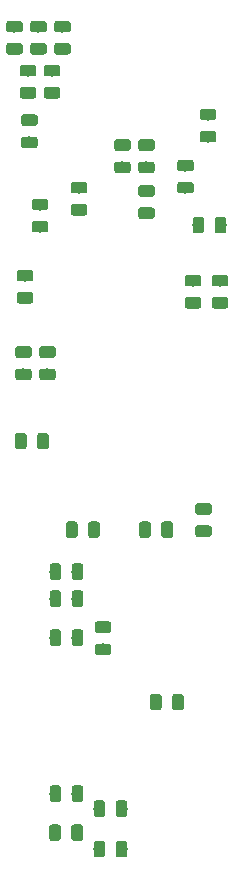
<source format=gbr>
G04 #@! TF.GenerationSoftware,KiCad,Pcbnew,(5.1.2-1)-1*
G04 #@! TF.CreationDate,2019-08-21T11:01:54-07:00*
G04 #@! TF.ProjectId,AS3320_VCF,41533333-3230-45f5-9643-462e6b696361,rev?*
G04 #@! TF.SameCoordinates,Original*
G04 #@! TF.FileFunction,Paste,Top*
G04 #@! TF.FilePolarity,Positive*
%FSLAX46Y46*%
G04 Gerber Fmt 4.6, Leading zero omitted, Abs format (unit mm)*
G04 Created by KiCad (PCBNEW (5.1.2-1)-1) date 2019-08-21 11:01:54*
%MOMM*%
%LPD*%
G04 APERTURE LIST*
%ADD10C,0.100000*%
%ADD11C,0.975000*%
G04 APERTURE END LIST*
D10*
G36*
X58265142Y-37710674D02*
G01*
X58288803Y-37714184D01*
X58312007Y-37719996D01*
X58334529Y-37728054D01*
X58356153Y-37738282D01*
X58376670Y-37750579D01*
X58395883Y-37764829D01*
X58413607Y-37780893D01*
X58429671Y-37798617D01*
X58443921Y-37817830D01*
X58456218Y-37838347D01*
X58466446Y-37859971D01*
X58474504Y-37882493D01*
X58480316Y-37905697D01*
X58483826Y-37929358D01*
X58485000Y-37953250D01*
X58485000Y-38440750D01*
X58483826Y-38464642D01*
X58480316Y-38488303D01*
X58474504Y-38511507D01*
X58466446Y-38534029D01*
X58456218Y-38555653D01*
X58443921Y-38576170D01*
X58429671Y-38595383D01*
X58413607Y-38613107D01*
X58395883Y-38629171D01*
X58376670Y-38643421D01*
X58356153Y-38655718D01*
X58334529Y-38665946D01*
X58312007Y-38674004D01*
X58288803Y-38679816D01*
X58265142Y-38683326D01*
X58241250Y-38684500D01*
X57328750Y-38684500D01*
X57304858Y-38683326D01*
X57281197Y-38679816D01*
X57257993Y-38674004D01*
X57235471Y-38665946D01*
X57213847Y-38655718D01*
X57193330Y-38643421D01*
X57174117Y-38629171D01*
X57156393Y-38613107D01*
X57140329Y-38595383D01*
X57126079Y-38576170D01*
X57113782Y-38555653D01*
X57103554Y-38534029D01*
X57095496Y-38511507D01*
X57089684Y-38488303D01*
X57086174Y-38464642D01*
X57085000Y-38440750D01*
X57085000Y-37953250D01*
X57086174Y-37929358D01*
X57089684Y-37905697D01*
X57095496Y-37882493D01*
X57103554Y-37859971D01*
X57113782Y-37838347D01*
X57126079Y-37817830D01*
X57140329Y-37798617D01*
X57156393Y-37780893D01*
X57174117Y-37764829D01*
X57193330Y-37750579D01*
X57213847Y-37738282D01*
X57235471Y-37728054D01*
X57257993Y-37719996D01*
X57281197Y-37714184D01*
X57304858Y-37710674D01*
X57328750Y-37709500D01*
X58241250Y-37709500D01*
X58265142Y-37710674D01*
X58265142Y-37710674D01*
G37*
D11*
X57785000Y-38197000D03*
D10*
G36*
X58265142Y-35835674D02*
G01*
X58288803Y-35839184D01*
X58312007Y-35844996D01*
X58334529Y-35853054D01*
X58356153Y-35863282D01*
X58376670Y-35875579D01*
X58395883Y-35889829D01*
X58413607Y-35905893D01*
X58429671Y-35923617D01*
X58443921Y-35942830D01*
X58456218Y-35963347D01*
X58466446Y-35984971D01*
X58474504Y-36007493D01*
X58480316Y-36030697D01*
X58483826Y-36054358D01*
X58485000Y-36078250D01*
X58485000Y-36565750D01*
X58483826Y-36589642D01*
X58480316Y-36613303D01*
X58474504Y-36636507D01*
X58466446Y-36659029D01*
X58456218Y-36680653D01*
X58443921Y-36701170D01*
X58429671Y-36720383D01*
X58413607Y-36738107D01*
X58395883Y-36754171D01*
X58376670Y-36768421D01*
X58356153Y-36780718D01*
X58334529Y-36790946D01*
X58312007Y-36799004D01*
X58288803Y-36804816D01*
X58265142Y-36808326D01*
X58241250Y-36809500D01*
X57328750Y-36809500D01*
X57304858Y-36808326D01*
X57281197Y-36804816D01*
X57257993Y-36799004D01*
X57235471Y-36790946D01*
X57213847Y-36780718D01*
X57193330Y-36768421D01*
X57174117Y-36754171D01*
X57156393Y-36738107D01*
X57140329Y-36720383D01*
X57126079Y-36701170D01*
X57113782Y-36680653D01*
X57103554Y-36659029D01*
X57095496Y-36636507D01*
X57089684Y-36613303D01*
X57086174Y-36589642D01*
X57085000Y-36565750D01*
X57085000Y-36078250D01*
X57086174Y-36054358D01*
X57089684Y-36030697D01*
X57095496Y-36007493D01*
X57103554Y-35984971D01*
X57113782Y-35963347D01*
X57126079Y-35942830D01*
X57140329Y-35923617D01*
X57156393Y-35905893D01*
X57174117Y-35889829D01*
X57193330Y-35875579D01*
X57213847Y-35863282D01*
X57235471Y-35853054D01*
X57257993Y-35844996D01*
X57281197Y-35839184D01*
X57304858Y-35835674D01*
X57328750Y-35834500D01*
X58241250Y-35834500D01*
X58265142Y-35835674D01*
X58265142Y-35835674D01*
G37*
D11*
X57785000Y-36322000D03*
D10*
G36*
X67801642Y-74485174D02*
G01*
X67825303Y-74488684D01*
X67848507Y-74494496D01*
X67871029Y-74502554D01*
X67892653Y-74512782D01*
X67913170Y-74525079D01*
X67932383Y-74539329D01*
X67950107Y-74555393D01*
X67966171Y-74573117D01*
X67980421Y-74592330D01*
X67992718Y-74612847D01*
X68002946Y-74634471D01*
X68011004Y-74656993D01*
X68016816Y-74680197D01*
X68020326Y-74703858D01*
X68021500Y-74727750D01*
X68021500Y-75640250D01*
X68020326Y-75664142D01*
X68016816Y-75687803D01*
X68011004Y-75711007D01*
X68002946Y-75733529D01*
X67992718Y-75755153D01*
X67980421Y-75775670D01*
X67966171Y-75794883D01*
X67950107Y-75812607D01*
X67932383Y-75828671D01*
X67913170Y-75842921D01*
X67892653Y-75855218D01*
X67871029Y-75865446D01*
X67848507Y-75873504D01*
X67825303Y-75879316D01*
X67801642Y-75882826D01*
X67777750Y-75884000D01*
X67290250Y-75884000D01*
X67266358Y-75882826D01*
X67242697Y-75879316D01*
X67219493Y-75873504D01*
X67196971Y-75865446D01*
X67175347Y-75855218D01*
X67154830Y-75842921D01*
X67135617Y-75828671D01*
X67117893Y-75812607D01*
X67101829Y-75794883D01*
X67087579Y-75775670D01*
X67075282Y-75755153D01*
X67065054Y-75733529D01*
X67056996Y-75711007D01*
X67051184Y-75687803D01*
X67047674Y-75664142D01*
X67046500Y-75640250D01*
X67046500Y-74727750D01*
X67047674Y-74703858D01*
X67051184Y-74680197D01*
X67056996Y-74656993D01*
X67065054Y-74634471D01*
X67075282Y-74612847D01*
X67087579Y-74592330D01*
X67101829Y-74573117D01*
X67117893Y-74555393D01*
X67135617Y-74539329D01*
X67154830Y-74525079D01*
X67175347Y-74512782D01*
X67196971Y-74502554D01*
X67219493Y-74494496D01*
X67242697Y-74488684D01*
X67266358Y-74485174D01*
X67290250Y-74484000D01*
X67777750Y-74484000D01*
X67801642Y-74485174D01*
X67801642Y-74485174D01*
G37*
D11*
X67534000Y-75184000D03*
D10*
G36*
X65926642Y-74485174D02*
G01*
X65950303Y-74488684D01*
X65973507Y-74494496D01*
X65996029Y-74502554D01*
X66017653Y-74512782D01*
X66038170Y-74525079D01*
X66057383Y-74539329D01*
X66075107Y-74555393D01*
X66091171Y-74573117D01*
X66105421Y-74592330D01*
X66117718Y-74612847D01*
X66127946Y-74634471D01*
X66136004Y-74656993D01*
X66141816Y-74680197D01*
X66145326Y-74703858D01*
X66146500Y-74727750D01*
X66146500Y-75640250D01*
X66145326Y-75664142D01*
X66141816Y-75687803D01*
X66136004Y-75711007D01*
X66127946Y-75733529D01*
X66117718Y-75755153D01*
X66105421Y-75775670D01*
X66091171Y-75794883D01*
X66075107Y-75812607D01*
X66057383Y-75828671D01*
X66038170Y-75842921D01*
X66017653Y-75855218D01*
X65996029Y-75865446D01*
X65973507Y-75873504D01*
X65950303Y-75879316D01*
X65926642Y-75882826D01*
X65902750Y-75884000D01*
X65415250Y-75884000D01*
X65391358Y-75882826D01*
X65367697Y-75879316D01*
X65344493Y-75873504D01*
X65321971Y-75865446D01*
X65300347Y-75855218D01*
X65279830Y-75842921D01*
X65260617Y-75828671D01*
X65242893Y-75812607D01*
X65226829Y-75794883D01*
X65212579Y-75775670D01*
X65200282Y-75755153D01*
X65190054Y-75733529D01*
X65181996Y-75711007D01*
X65176184Y-75687803D01*
X65172674Y-75664142D01*
X65171500Y-75640250D01*
X65171500Y-74727750D01*
X65172674Y-74703858D01*
X65176184Y-74680197D01*
X65181996Y-74656993D01*
X65190054Y-74634471D01*
X65200282Y-74612847D01*
X65212579Y-74592330D01*
X65226829Y-74573117D01*
X65242893Y-74555393D01*
X65260617Y-74539329D01*
X65279830Y-74525079D01*
X65300347Y-74512782D01*
X65321971Y-74502554D01*
X65344493Y-74494496D01*
X65367697Y-74488684D01*
X65391358Y-74485174D01*
X65415250Y-74484000D01*
X65902750Y-74484000D01*
X65926642Y-74485174D01*
X65926642Y-74485174D01*
G37*
D11*
X65659000Y-75184000D03*
D10*
G36*
X66266142Y-44012174D02*
G01*
X66289803Y-44015684D01*
X66313007Y-44021496D01*
X66335529Y-44029554D01*
X66357153Y-44039782D01*
X66377670Y-44052079D01*
X66396883Y-44066329D01*
X66414607Y-44082393D01*
X66430671Y-44100117D01*
X66444921Y-44119330D01*
X66457218Y-44139847D01*
X66467446Y-44161471D01*
X66475504Y-44183993D01*
X66481316Y-44207197D01*
X66484826Y-44230858D01*
X66486000Y-44254750D01*
X66486000Y-44742250D01*
X66484826Y-44766142D01*
X66481316Y-44789803D01*
X66475504Y-44813007D01*
X66467446Y-44835529D01*
X66457218Y-44857153D01*
X66444921Y-44877670D01*
X66430671Y-44896883D01*
X66414607Y-44914607D01*
X66396883Y-44930671D01*
X66377670Y-44944921D01*
X66357153Y-44957218D01*
X66335529Y-44967446D01*
X66313007Y-44975504D01*
X66289803Y-44981316D01*
X66266142Y-44984826D01*
X66242250Y-44986000D01*
X65329750Y-44986000D01*
X65305858Y-44984826D01*
X65282197Y-44981316D01*
X65258993Y-44975504D01*
X65236471Y-44967446D01*
X65214847Y-44957218D01*
X65194330Y-44944921D01*
X65175117Y-44930671D01*
X65157393Y-44914607D01*
X65141329Y-44896883D01*
X65127079Y-44877670D01*
X65114782Y-44857153D01*
X65104554Y-44835529D01*
X65096496Y-44813007D01*
X65090684Y-44789803D01*
X65087174Y-44766142D01*
X65086000Y-44742250D01*
X65086000Y-44254750D01*
X65087174Y-44230858D01*
X65090684Y-44207197D01*
X65096496Y-44183993D01*
X65104554Y-44161471D01*
X65114782Y-44139847D01*
X65127079Y-44119330D01*
X65141329Y-44100117D01*
X65157393Y-44082393D01*
X65175117Y-44066329D01*
X65194330Y-44052079D01*
X65214847Y-44039782D01*
X65236471Y-44029554D01*
X65258993Y-44021496D01*
X65282197Y-44015684D01*
X65305858Y-44012174D01*
X65329750Y-44011000D01*
X66242250Y-44011000D01*
X66266142Y-44012174D01*
X66266142Y-44012174D01*
G37*
D11*
X65786000Y-44498500D03*
D10*
G36*
X66266142Y-42137174D02*
G01*
X66289803Y-42140684D01*
X66313007Y-42146496D01*
X66335529Y-42154554D01*
X66357153Y-42164782D01*
X66377670Y-42177079D01*
X66396883Y-42191329D01*
X66414607Y-42207393D01*
X66430671Y-42225117D01*
X66444921Y-42244330D01*
X66457218Y-42264847D01*
X66467446Y-42286471D01*
X66475504Y-42308993D01*
X66481316Y-42332197D01*
X66484826Y-42355858D01*
X66486000Y-42379750D01*
X66486000Y-42867250D01*
X66484826Y-42891142D01*
X66481316Y-42914803D01*
X66475504Y-42938007D01*
X66467446Y-42960529D01*
X66457218Y-42982153D01*
X66444921Y-43002670D01*
X66430671Y-43021883D01*
X66414607Y-43039607D01*
X66396883Y-43055671D01*
X66377670Y-43069921D01*
X66357153Y-43082218D01*
X66335529Y-43092446D01*
X66313007Y-43100504D01*
X66289803Y-43106316D01*
X66266142Y-43109826D01*
X66242250Y-43111000D01*
X65329750Y-43111000D01*
X65305858Y-43109826D01*
X65282197Y-43106316D01*
X65258993Y-43100504D01*
X65236471Y-43092446D01*
X65214847Y-43082218D01*
X65194330Y-43069921D01*
X65175117Y-43055671D01*
X65157393Y-43039607D01*
X65141329Y-43021883D01*
X65127079Y-43002670D01*
X65114782Y-42982153D01*
X65104554Y-42960529D01*
X65096496Y-42938007D01*
X65090684Y-42914803D01*
X65087174Y-42891142D01*
X65086000Y-42867250D01*
X65086000Y-42379750D01*
X65087174Y-42355858D01*
X65090684Y-42332197D01*
X65096496Y-42308993D01*
X65104554Y-42286471D01*
X65114782Y-42264847D01*
X65127079Y-42244330D01*
X65141329Y-42225117D01*
X65157393Y-42207393D01*
X65175117Y-42191329D01*
X65194330Y-42177079D01*
X65214847Y-42164782D01*
X65236471Y-42154554D01*
X65258993Y-42146496D01*
X65282197Y-42140684D01*
X65305858Y-42137174D01*
X65329750Y-42136000D01*
X66242250Y-42136000D01*
X66266142Y-42137174D01*
X66266142Y-42137174D01*
G37*
D11*
X65786000Y-42623500D03*
D10*
G36*
X55090142Y-32104174D02*
G01*
X55113803Y-32107684D01*
X55137007Y-32113496D01*
X55159529Y-32121554D01*
X55181153Y-32131782D01*
X55201670Y-32144079D01*
X55220883Y-32158329D01*
X55238607Y-32174393D01*
X55254671Y-32192117D01*
X55268921Y-32211330D01*
X55281218Y-32231847D01*
X55291446Y-32253471D01*
X55299504Y-32275993D01*
X55305316Y-32299197D01*
X55308826Y-32322858D01*
X55310000Y-32346750D01*
X55310000Y-32834250D01*
X55308826Y-32858142D01*
X55305316Y-32881803D01*
X55299504Y-32905007D01*
X55291446Y-32927529D01*
X55281218Y-32949153D01*
X55268921Y-32969670D01*
X55254671Y-32988883D01*
X55238607Y-33006607D01*
X55220883Y-33022671D01*
X55201670Y-33036921D01*
X55181153Y-33049218D01*
X55159529Y-33059446D01*
X55137007Y-33067504D01*
X55113803Y-33073316D01*
X55090142Y-33076826D01*
X55066250Y-33078000D01*
X54153750Y-33078000D01*
X54129858Y-33076826D01*
X54106197Y-33073316D01*
X54082993Y-33067504D01*
X54060471Y-33059446D01*
X54038847Y-33049218D01*
X54018330Y-33036921D01*
X53999117Y-33022671D01*
X53981393Y-33006607D01*
X53965329Y-32988883D01*
X53951079Y-32969670D01*
X53938782Y-32949153D01*
X53928554Y-32927529D01*
X53920496Y-32905007D01*
X53914684Y-32881803D01*
X53911174Y-32858142D01*
X53910000Y-32834250D01*
X53910000Y-32346750D01*
X53911174Y-32322858D01*
X53914684Y-32299197D01*
X53920496Y-32275993D01*
X53928554Y-32253471D01*
X53938782Y-32231847D01*
X53951079Y-32211330D01*
X53965329Y-32192117D01*
X53981393Y-32174393D01*
X53999117Y-32158329D01*
X54018330Y-32144079D01*
X54038847Y-32131782D01*
X54060471Y-32121554D01*
X54082993Y-32113496D01*
X54106197Y-32107684D01*
X54129858Y-32104174D01*
X54153750Y-32103000D01*
X55066250Y-32103000D01*
X55090142Y-32104174D01*
X55090142Y-32104174D01*
G37*
D11*
X54610000Y-32590500D03*
D10*
G36*
X55090142Y-33979174D02*
G01*
X55113803Y-33982684D01*
X55137007Y-33988496D01*
X55159529Y-33996554D01*
X55181153Y-34006782D01*
X55201670Y-34019079D01*
X55220883Y-34033329D01*
X55238607Y-34049393D01*
X55254671Y-34067117D01*
X55268921Y-34086330D01*
X55281218Y-34106847D01*
X55291446Y-34128471D01*
X55299504Y-34150993D01*
X55305316Y-34174197D01*
X55308826Y-34197858D01*
X55310000Y-34221750D01*
X55310000Y-34709250D01*
X55308826Y-34733142D01*
X55305316Y-34756803D01*
X55299504Y-34780007D01*
X55291446Y-34802529D01*
X55281218Y-34824153D01*
X55268921Y-34844670D01*
X55254671Y-34863883D01*
X55238607Y-34881607D01*
X55220883Y-34897671D01*
X55201670Y-34911921D01*
X55181153Y-34924218D01*
X55159529Y-34934446D01*
X55137007Y-34942504D01*
X55113803Y-34948316D01*
X55090142Y-34951826D01*
X55066250Y-34953000D01*
X54153750Y-34953000D01*
X54129858Y-34951826D01*
X54106197Y-34948316D01*
X54082993Y-34942504D01*
X54060471Y-34934446D01*
X54038847Y-34924218D01*
X54018330Y-34911921D01*
X53999117Y-34897671D01*
X53981393Y-34881607D01*
X53965329Y-34863883D01*
X53951079Y-34844670D01*
X53938782Y-34824153D01*
X53928554Y-34802529D01*
X53920496Y-34780007D01*
X53914684Y-34756803D01*
X53911174Y-34733142D01*
X53910000Y-34709250D01*
X53910000Y-34221750D01*
X53911174Y-34197858D01*
X53914684Y-34174197D01*
X53920496Y-34150993D01*
X53928554Y-34128471D01*
X53938782Y-34106847D01*
X53951079Y-34086330D01*
X53965329Y-34067117D01*
X53981393Y-34049393D01*
X53999117Y-34033329D01*
X54018330Y-34019079D01*
X54038847Y-34006782D01*
X54060471Y-33996554D01*
X54082993Y-33988496D01*
X54106197Y-33982684D01*
X54129858Y-33979174D01*
X54153750Y-33978000D01*
X55066250Y-33978000D01*
X55090142Y-33979174D01*
X55090142Y-33979174D01*
G37*
D11*
X54610000Y-34465500D03*
D10*
G36*
X57122142Y-32104174D02*
G01*
X57145803Y-32107684D01*
X57169007Y-32113496D01*
X57191529Y-32121554D01*
X57213153Y-32131782D01*
X57233670Y-32144079D01*
X57252883Y-32158329D01*
X57270607Y-32174393D01*
X57286671Y-32192117D01*
X57300921Y-32211330D01*
X57313218Y-32231847D01*
X57323446Y-32253471D01*
X57331504Y-32275993D01*
X57337316Y-32299197D01*
X57340826Y-32322858D01*
X57342000Y-32346750D01*
X57342000Y-32834250D01*
X57340826Y-32858142D01*
X57337316Y-32881803D01*
X57331504Y-32905007D01*
X57323446Y-32927529D01*
X57313218Y-32949153D01*
X57300921Y-32969670D01*
X57286671Y-32988883D01*
X57270607Y-33006607D01*
X57252883Y-33022671D01*
X57233670Y-33036921D01*
X57213153Y-33049218D01*
X57191529Y-33059446D01*
X57169007Y-33067504D01*
X57145803Y-33073316D01*
X57122142Y-33076826D01*
X57098250Y-33078000D01*
X56185750Y-33078000D01*
X56161858Y-33076826D01*
X56138197Y-33073316D01*
X56114993Y-33067504D01*
X56092471Y-33059446D01*
X56070847Y-33049218D01*
X56050330Y-33036921D01*
X56031117Y-33022671D01*
X56013393Y-33006607D01*
X55997329Y-32988883D01*
X55983079Y-32969670D01*
X55970782Y-32949153D01*
X55960554Y-32927529D01*
X55952496Y-32905007D01*
X55946684Y-32881803D01*
X55943174Y-32858142D01*
X55942000Y-32834250D01*
X55942000Y-32346750D01*
X55943174Y-32322858D01*
X55946684Y-32299197D01*
X55952496Y-32275993D01*
X55960554Y-32253471D01*
X55970782Y-32231847D01*
X55983079Y-32211330D01*
X55997329Y-32192117D01*
X56013393Y-32174393D01*
X56031117Y-32158329D01*
X56050330Y-32144079D01*
X56070847Y-32131782D01*
X56092471Y-32121554D01*
X56114993Y-32113496D01*
X56138197Y-32107684D01*
X56161858Y-32104174D01*
X56185750Y-32103000D01*
X57098250Y-32103000D01*
X57122142Y-32104174D01*
X57122142Y-32104174D01*
G37*
D11*
X56642000Y-32590500D03*
D10*
G36*
X57122142Y-33979174D02*
G01*
X57145803Y-33982684D01*
X57169007Y-33988496D01*
X57191529Y-33996554D01*
X57213153Y-34006782D01*
X57233670Y-34019079D01*
X57252883Y-34033329D01*
X57270607Y-34049393D01*
X57286671Y-34067117D01*
X57300921Y-34086330D01*
X57313218Y-34106847D01*
X57323446Y-34128471D01*
X57331504Y-34150993D01*
X57337316Y-34174197D01*
X57340826Y-34197858D01*
X57342000Y-34221750D01*
X57342000Y-34709250D01*
X57340826Y-34733142D01*
X57337316Y-34756803D01*
X57331504Y-34780007D01*
X57323446Y-34802529D01*
X57313218Y-34824153D01*
X57300921Y-34844670D01*
X57286671Y-34863883D01*
X57270607Y-34881607D01*
X57252883Y-34897671D01*
X57233670Y-34911921D01*
X57213153Y-34924218D01*
X57191529Y-34934446D01*
X57169007Y-34942504D01*
X57145803Y-34948316D01*
X57122142Y-34951826D01*
X57098250Y-34953000D01*
X56185750Y-34953000D01*
X56161858Y-34951826D01*
X56138197Y-34948316D01*
X56114993Y-34942504D01*
X56092471Y-34934446D01*
X56070847Y-34924218D01*
X56050330Y-34911921D01*
X56031117Y-34897671D01*
X56013393Y-34881607D01*
X55997329Y-34863883D01*
X55983079Y-34844670D01*
X55970782Y-34824153D01*
X55960554Y-34802529D01*
X55952496Y-34780007D01*
X55946684Y-34756803D01*
X55943174Y-34733142D01*
X55942000Y-34709250D01*
X55942000Y-34221750D01*
X55943174Y-34197858D01*
X55946684Y-34174197D01*
X55952496Y-34150993D01*
X55960554Y-34128471D01*
X55970782Y-34106847D01*
X55983079Y-34086330D01*
X55997329Y-34067117D01*
X56013393Y-34049393D01*
X56031117Y-34033329D01*
X56050330Y-34019079D01*
X56070847Y-34006782D01*
X56092471Y-33996554D01*
X56114993Y-33988496D01*
X56138197Y-33982684D01*
X56161858Y-33979174D01*
X56185750Y-33978000D01*
X57098250Y-33978000D01*
X57122142Y-33979174D01*
X57122142Y-33979174D01*
G37*
D11*
X56642000Y-34465500D03*
D10*
G36*
X59154142Y-32104174D02*
G01*
X59177803Y-32107684D01*
X59201007Y-32113496D01*
X59223529Y-32121554D01*
X59245153Y-32131782D01*
X59265670Y-32144079D01*
X59284883Y-32158329D01*
X59302607Y-32174393D01*
X59318671Y-32192117D01*
X59332921Y-32211330D01*
X59345218Y-32231847D01*
X59355446Y-32253471D01*
X59363504Y-32275993D01*
X59369316Y-32299197D01*
X59372826Y-32322858D01*
X59374000Y-32346750D01*
X59374000Y-32834250D01*
X59372826Y-32858142D01*
X59369316Y-32881803D01*
X59363504Y-32905007D01*
X59355446Y-32927529D01*
X59345218Y-32949153D01*
X59332921Y-32969670D01*
X59318671Y-32988883D01*
X59302607Y-33006607D01*
X59284883Y-33022671D01*
X59265670Y-33036921D01*
X59245153Y-33049218D01*
X59223529Y-33059446D01*
X59201007Y-33067504D01*
X59177803Y-33073316D01*
X59154142Y-33076826D01*
X59130250Y-33078000D01*
X58217750Y-33078000D01*
X58193858Y-33076826D01*
X58170197Y-33073316D01*
X58146993Y-33067504D01*
X58124471Y-33059446D01*
X58102847Y-33049218D01*
X58082330Y-33036921D01*
X58063117Y-33022671D01*
X58045393Y-33006607D01*
X58029329Y-32988883D01*
X58015079Y-32969670D01*
X58002782Y-32949153D01*
X57992554Y-32927529D01*
X57984496Y-32905007D01*
X57978684Y-32881803D01*
X57975174Y-32858142D01*
X57974000Y-32834250D01*
X57974000Y-32346750D01*
X57975174Y-32322858D01*
X57978684Y-32299197D01*
X57984496Y-32275993D01*
X57992554Y-32253471D01*
X58002782Y-32231847D01*
X58015079Y-32211330D01*
X58029329Y-32192117D01*
X58045393Y-32174393D01*
X58063117Y-32158329D01*
X58082330Y-32144079D01*
X58102847Y-32131782D01*
X58124471Y-32121554D01*
X58146993Y-32113496D01*
X58170197Y-32107684D01*
X58193858Y-32104174D01*
X58217750Y-32103000D01*
X59130250Y-32103000D01*
X59154142Y-32104174D01*
X59154142Y-32104174D01*
G37*
D11*
X58674000Y-32590500D03*
D10*
G36*
X59154142Y-33979174D02*
G01*
X59177803Y-33982684D01*
X59201007Y-33988496D01*
X59223529Y-33996554D01*
X59245153Y-34006782D01*
X59265670Y-34019079D01*
X59284883Y-34033329D01*
X59302607Y-34049393D01*
X59318671Y-34067117D01*
X59332921Y-34086330D01*
X59345218Y-34106847D01*
X59355446Y-34128471D01*
X59363504Y-34150993D01*
X59369316Y-34174197D01*
X59372826Y-34197858D01*
X59374000Y-34221750D01*
X59374000Y-34709250D01*
X59372826Y-34733142D01*
X59369316Y-34756803D01*
X59363504Y-34780007D01*
X59355446Y-34802529D01*
X59345218Y-34824153D01*
X59332921Y-34844670D01*
X59318671Y-34863883D01*
X59302607Y-34881607D01*
X59284883Y-34897671D01*
X59265670Y-34911921D01*
X59245153Y-34924218D01*
X59223529Y-34934446D01*
X59201007Y-34942504D01*
X59177803Y-34948316D01*
X59154142Y-34951826D01*
X59130250Y-34953000D01*
X58217750Y-34953000D01*
X58193858Y-34951826D01*
X58170197Y-34948316D01*
X58146993Y-34942504D01*
X58124471Y-34934446D01*
X58102847Y-34924218D01*
X58082330Y-34911921D01*
X58063117Y-34897671D01*
X58045393Y-34881607D01*
X58029329Y-34863883D01*
X58015079Y-34844670D01*
X58002782Y-34824153D01*
X57992554Y-34802529D01*
X57984496Y-34780007D01*
X57978684Y-34756803D01*
X57975174Y-34733142D01*
X57974000Y-34709250D01*
X57974000Y-34221750D01*
X57975174Y-34197858D01*
X57978684Y-34174197D01*
X57984496Y-34150993D01*
X57992554Y-34128471D01*
X58002782Y-34106847D01*
X58015079Y-34086330D01*
X58029329Y-34067117D01*
X58045393Y-34049393D01*
X58063117Y-34033329D01*
X58082330Y-34019079D01*
X58102847Y-34006782D01*
X58124471Y-33996554D01*
X58146993Y-33988496D01*
X58170197Y-33982684D01*
X58193858Y-33979174D01*
X58217750Y-33978000D01*
X59130250Y-33978000D01*
X59154142Y-33979174D01*
X59154142Y-33979174D01*
G37*
D11*
X58674000Y-34465500D03*
D10*
G36*
X56233142Y-35835674D02*
G01*
X56256803Y-35839184D01*
X56280007Y-35844996D01*
X56302529Y-35853054D01*
X56324153Y-35863282D01*
X56344670Y-35875579D01*
X56363883Y-35889829D01*
X56381607Y-35905893D01*
X56397671Y-35923617D01*
X56411921Y-35942830D01*
X56424218Y-35963347D01*
X56434446Y-35984971D01*
X56442504Y-36007493D01*
X56448316Y-36030697D01*
X56451826Y-36054358D01*
X56453000Y-36078250D01*
X56453000Y-36565750D01*
X56451826Y-36589642D01*
X56448316Y-36613303D01*
X56442504Y-36636507D01*
X56434446Y-36659029D01*
X56424218Y-36680653D01*
X56411921Y-36701170D01*
X56397671Y-36720383D01*
X56381607Y-36738107D01*
X56363883Y-36754171D01*
X56344670Y-36768421D01*
X56324153Y-36780718D01*
X56302529Y-36790946D01*
X56280007Y-36799004D01*
X56256803Y-36804816D01*
X56233142Y-36808326D01*
X56209250Y-36809500D01*
X55296750Y-36809500D01*
X55272858Y-36808326D01*
X55249197Y-36804816D01*
X55225993Y-36799004D01*
X55203471Y-36790946D01*
X55181847Y-36780718D01*
X55161330Y-36768421D01*
X55142117Y-36754171D01*
X55124393Y-36738107D01*
X55108329Y-36720383D01*
X55094079Y-36701170D01*
X55081782Y-36680653D01*
X55071554Y-36659029D01*
X55063496Y-36636507D01*
X55057684Y-36613303D01*
X55054174Y-36589642D01*
X55053000Y-36565750D01*
X55053000Y-36078250D01*
X55054174Y-36054358D01*
X55057684Y-36030697D01*
X55063496Y-36007493D01*
X55071554Y-35984971D01*
X55081782Y-35963347D01*
X55094079Y-35942830D01*
X55108329Y-35923617D01*
X55124393Y-35905893D01*
X55142117Y-35889829D01*
X55161330Y-35875579D01*
X55181847Y-35863282D01*
X55203471Y-35853054D01*
X55225993Y-35844996D01*
X55249197Y-35839184D01*
X55272858Y-35835674D01*
X55296750Y-35834500D01*
X56209250Y-35834500D01*
X56233142Y-35835674D01*
X56233142Y-35835674D01*
G37*
D11*
X55753000Y-36322000D03*
D10*
G36*
X56233142Y-37710674D02*
G01*
X56256803Y-37714184D01*
X56280007Y-37719996D01*
X56302529Y-37728054D01*
X56324153Y-37738282D01*
X56344670Y-37750579D01*
X56363883Y-37764829D01*
X56381607Y-37780893D01*
X56397671Y-37798617D01*
X56411921Y-37817830D01*
X56424218Y-37838347D01*
X56434446Y-37859971D01*
X56442504Y-37882493D01*
X56448316Y-37905697D01*
X56451826Y-37929358D01*
X56453000Y-37953250D01*
X56453000Y-38440750D01*
X56451826Y-38464642D01*
X56448316Y-38488303D01*
X56442504Y-38511507D01*
X56434446Y-38534029D01*
X56424218Y-38555653D01*
X56411921Y-38576170D01*
X56397671Y-38595383D01*
X56381607Y-38613107D01*
X56363883Y-38629171D01*
X56344670Y-38643421D01*
X56324153Y-38655718D01*
X56302529Y-38665946D01*
X56280007Y-38674004D01*
X56256803Y-38679816D01*
X56233142Y-38683326D01*
X56209250Y-38684500D01*
X55296750Y-38684500D01*
X55272858Y-38683326D01*
X55249197Y-38679816D01*
X55225993Y-38674004D01*
X55203471Y-38665946D01*
X55181847Y-38655718D01*
X55161330Y-38643421D01*
X55142117Y-38629171D01*
X55124393Y-38613107D01*
X55108329Y-38595383D01*
X55094079Y-38576170D01*
X55081782Y-38555653D01*
X55071554Y-38534029D01*
X55063496Y-38511507D01*
X55057684Y-38488303D01*
X55054174Y-38464642D01*
X55053000Y-38440750D01*
X55053000Y-37953250D01*
X55054174Y-37929358D01*
X55057684Y-37905697D01*
X55063496Y-37882493D01*
X55071554Y-37859971D01*
X55081782Y-37838347D01*
X55094079Y-37817830D01*
X55108329Y-37798617D01*
X55124393Y-37780893D01*
X55142117Y-37764829D01*
X55161330Y-37750579D01*
X55181847Y-37738282D01*
X55203471Y-37728054D01*
X55225993Y-37719996D01*
X55249197Y-37714184D01*
X55272858Y-37710674D01*
X55296750Y-37709500D01*
X56209250Y-37709500D01*
X56233142Y-37710674D01*
X56233142Y-37710674D01*
G37*
D11*
X55753000Y-38197000D03*
D10*
G36*
X56360142Y-40026674D02*
G01*
X56383803Y-40030184D01*
X56407007Y-40035996D01*
X56429529Y-40044054D01*
X56451153Y-40054282D01*
X56471670Y-40066579D01*
X56490883Y-40080829D01*
X56508607Y-40096893D01*
X56524671Y-40114617D01*
X56538921Y-40133830D01*
X56551218Y-40154347D01*
X56561446Y-40175971D01*
X56569504Y-40198493D01*
X56575316Y-40221697D01*
X56578826Y-40245358D01*
X56580000Y-40269250D01*
X56580000Y-40756750D01*
X56578826Y-40780642D01*
X56575316Y-40804303D01*
X56569504Y-40827507D01*
X56561446Y-40850029D01*
X56551218Y-40871653D01*
X56538921Y-40892170D01*
X56524671Y-40911383D01*
X56508607Y-40929107D01*
X56490883Y-40945171D01*
X56471670Y-40959421D01*
X56451153Y-40971718D01*
X56429529Y-40981946D01*
X56407007Y-40990004D01*
X56383803Y-40995816D01*
X56360142Y-40999326D01*
X56336250Y-41000500D01*
X55423750Y-41000500D01*
X55399858Y-40999326D01*
X55376197Y-40995816D01*
X55352993Y-40990004D01*
X55330471Y-40981946D01*
X55308847Y-40971718D01*
X55288330Y-40959421D01*
X55269117Y-40945171D01*
X55251393Y-40929107D01*
X55235329Y-40911383D01*
X55221079Y-40892170D01*
X55208782Y-40871653D01*
X55198554Y-40850029D01*
X55190496Y-40827507D01*
X55184684Y-40804303D01*
X55181174Y-40780642D01*
X55180000Y-40756750D01*
X55180000Y-40269250D01*
X55181174Y-40245358D01*
X55184684Y-40221697D01*
X55190496Y-40198493D01*
X55198554Y-40175971D01*
X55208782Y-40154347D01*
X55221079Y-40133830D01*
X55235329Y-40114617D01*
X55251393Y-40096893D01*
X55269117Y-40080829D01*
X55288330Y-40066579D01*
X55308847Y-40054282D01*
X55330471Y-40044054D01*
X55352993Y-40035996D01*
X55376197Y-40030184D01*
X55399858Y-40026674D01*
X55423750Y-40025500D01*
X56336250Y-40025500D01*
X56360142Y-40026674D01*
X56360142Y-40026674D01*
G37*
D11*
X55880000Y-40513000D03*
D10*
G36*
X56360142Y-41901674D02*
G01*
X56383803Y-41905184D01*
X56407007Y-41910996D01*
X56429529Y-41919054D01*
X56451153Y-41929282D01*
X56471670Y-41941579D01*
X56490883Y-41955829D01*
X56508607Y-41971893D01*
X56524671Y-41989617D01*
X56538921Y-42008830D01*
X56551218Y-42029347D01*
X56561446Y-42050971D01*
X56569504Y-42073493D01*
X56575316Y-42096697D01*
X56578826Y-42120358D01*
X56580000Y-42144250D01*
X56580000Y-42631750D01*
X56578826Y-42655642D01*
X56575316Y-42679303D01*
X56569504Y-42702507D01*
X56561446Y-42725029D01*
X56551218Y-42746653D01*
X56538921Y-42767170D01*
X56524671Y-42786383D01*
X56508607Y-42804107D01*
X56490883Y-42820171D01*
X56471670Y-42834421D01*
X56451153Y-42846718D01*
X56429529Y-42856946D01*
X56407007Y-42865004D01*
X56383803Y-42870816D01*
X56360142Y-42874326D01*
X56336250Y-42875500D01*
X55423750Y-42875500D01*
X55399858Y-42874326D01*
X55376197Y-42870816D01*
X55352993Y-42865004D01*
X55330471Y-42856946D01*
X55308847Y-42846718D01*
X55288330Y-42834421D01*
X55269117Y-42820171D01*
X55251393Y-42804107D01*
X55235329Y-42786383D01*
X55221079Y-42767170D01*
X55208782Y-42746653D01*
X55198554Y-42725029D01*
X55190496Y-42702507D01*
X55184684Y-42679303D01*
X55181174Y-42655642D01*
X55180000Y-42631750D01*
X55180000Y-42144250D01*
X55181174Y-42120358D01*
X55184684Y-42096697D01*
X55190496Y-42073493D01*
X55198554Y-42050971D01*
X55208782Y-42029347D01*
X55221079Y-42008830D01*
X55235329Y-41989617D01*
X55251393Y-41971893D01*
X55269117Y-41955829D01*
X55288330Y-41941579D01*
X55308847Y-41929282D01*
X55330471Y-41919054D01*
X55352993Y-41910996D01*
X55376197Y-41905184D01*
X55399858Y-41901674D01*
X55423750Y-41900500D01*
X56336250Y-41900500D01*
X56360142Y-41901674D01*
X56360142Y-41901674D01*
G37*
D11*
X55880000Y-42388000D03*
D10*
G36*
X55852142Y-59663174D02*
G01*
X55875803Y-59666684D01*
X55899007Y-59672496D01*
X55921529Y-59680554D01*
X55943153Y-59690782D01*
X55963670Y-59703079D01*
X55982883Y-59717329D01*
X56000607Y-59733393D01*
X56016671Y-59751117D01*
X56030921Y-59770330D01*
X56043218Y-59790847D01*
X56053446Y-59812471D01*
X56061504Y-59834993D01*
X56067316Y-59858197D01*
X56070826Y-59881858D01*
X56072000Y-59905750D01*
X56072000Y-60393250D01*
X56070826Y-60417142D01*
X56067316Y-60440803D01*
X56061504Y-60464007D01*
X56053446Y-60486529D01*
X56043218Y-60508153D01*
X56030921Y-60528670D01*
X56016671Y-60547883D01*
X56000607Y-60565607D01*
X55982883Y-60581671D01*
X55963670Y-60595921D01*
X55943153Y-60608218D01*
X55921529Y-60618446D01*
X55899007Y-60626504D01*
X55875803Y-60632316D01*
X55852142Y-60635826D01*
X55828250Y-60637000D01*
X54915750Y-60637000D01*
X54891858Y-60635826D01*
X54868197Y-60632316D01*
X54844993Y-60626504D01*
X54822471Y-60618446D01*
X54800847Y-60608218D01*
X54780330Y-60595921D01*
X54761117Y-60581671D01*
X54743393Y-60565607D01*
X54727329Y-60547883D01*
X54713079Y-60528670D01*
X54700782Y-60508153D01*
X54690554Y-60486529D01*
X54682496Y-60464007D01*
X54676684Y-60440803D01*
X54673174Y-60417142D01*
X54672000Y-60393250D01*
X54672000Y-59905750D01*
X54673174Y-59881858D01*
X54676684Y-59858197D01*
X54682496Y-59834993D01*
X54690554Y-59812471D01*
X54700782Y-59790847D01*
X54713079Y-59770330D01*
X54727329Y-59751117D01*
X54743393Y-59733393D01*
X54761117Y-59717329D01*
X54780330Y-59703079D01*
X54800847Y-59690782D01*
X54822471Y-59680554D01*
X54844993Y-59672496D01*
X54868197Y-59666684D01*
X54891858Y-59663174D01*
X54915750Y-59662000D01*
X55828250Y-59662000D01*
X55852142Y-59663174D01*
X55852142Y-59663174D01*
G37*
D11*
X55372000Y-60149500D03*
D10*
G36*
X55852142Y-61538174D02*
G01*
X55875803Y-61541684D01*
X55899007Y-61547496D01*
X55921529Y-61555554D01*
X55943153Y-61565782D01*
X55963670Y-61578079D01*
X55982883Y-61592329D01*
X56000607Y-61608393D01*
X56016671Y-61626117D01*
X56030921Y-61645330D01*
X56043218Y-61665847D01*
X56053446Y-61687471D01*
X56061504Y-61709993D01*
X56067316Y-61733197D01*
X56070826Y-61756858D01*
X56072000Y-61780750D01*
X56072000Y-62268250D01*
X56070826Y-62292142D01*
X56067316Y-62315803D01*
X56061504Y-62339007D01*
X56053446Y-62361529D01*
X56043218Y-62383153D01*
X56030921Y-62403670D01*
X56016671Y-62422883D01*
X56000607Y-62440607D01*
X55982883Y-62456671D01*
X55963670Y-62470921D01*
X55943153Y-62483218D01*
X55921529Y-62493446D01*
X55899007Y-62501504D01*
X55875803Y-62507316D01*
X55852142Y-62510826D01*
X55828250Y-62512000D01*
X54915750Y-62512000D01*
X54891858Y-62510826D01*
X54868197Y-62507316D01*
X54844993Y-62501504D01*
X54822471Y-62493446D01*
X54800847Y-62483218D01*
X54780330Y-62470921D01*
X54761117Y-62456671D01*
X54743393Y-62440607D01*
X54727329Y-62422883D01*
X54713079Y-62403670D01*
X54700782Y-62383153D01*
X54690554Y-62361529D01*
X54682496Y-62339007D01*
X54676684Y-62315803D01*
X54673174Y-62292142D01*
X54672000Y-62268250D01*
X54672000Y-61780750D01*
X54673174Y-61756858D01*
X54676684Y-61733197D01*
X54682496Y-61709993D01*
X54690554Y-61687471D01*
X54700782Y-61665847D01*
X54713079Y-61645330D01*
X54727329Y-61626117D01*
X54743393Y-61608393D01*
X54761117Y-61592329D01*
X54780330Y-61578079D01*
X54800847Y-61565782D01*
X54822471Y-61555554D01*
X54844993Y-61547496D01*
X54868197Y-61541684D01*
X54891858Y-61538174D01*
X54915750Y-61537000D01*
X55828250Y-61537000D01*
X55852142Y-61538174D01*
X55852142Y-61538174D01*
G37*
D11*
X55372000Y-62024500D03*
D10*
G36*
X57290642Y-66992174D02*
G01*
X57314303Y-66995684D01*
X57337507Y-67001496D01*
X57360029Y-67009554D01*
X57381653Y-67019782D01*
X57402170Y-67032079D01*
X57421383Y-67046329D01*
X57439107Y-67062393D01*
X57455171Y-67080117D01*
X57469421Y-67099330D01*
X57481718Y-67119847D01*
X57491946Y-67141471D01*
X57500004Y-67163993D01*
X57505816Y-67187197D01*
X57509326Y-67210858D01*
X57510500Y-67234750D01*
X57510500Y-68147250D01*
X57509326Y-68171142D01*
X57505816Y-68194803D01*
X57500004Y-68218007D01*
X57491946Y-68240529D01*
X57481718Y-68262153D01*
X57469421Y-68282670D01*
X57455171Y-68301883D01*
X57439107Y-68319607D01*
X57421383Y-68335671D01*
X57402170Y-68349921D01*
X57381653Y-68362218D01*
X57360029Y-68372446D01*
X57337507Y-68380504D01*
X57314303Y-68386316D01*
X57290642Y-68389826D01*
X57266750Y-68391000D01*
X56779250Y-68391000D01*
X56755358Y-68389826D01*
X56731697Y-68386316D01*
X56708493Y-68380504D01*
X56685971Y-68372446D01*
X56664347Y-68362218D01*
X56643830Y-68349921D01*
X56624617Y-68335671D01*
X56606893Y-68319607D01*
X56590829Y-68301883D01*
X56576579Y-68282670D01*
X56564282Y-68262153D01*
X56554054Y-68240529D01*
X56545996Y-68218007D01*
X56540184Y-68194803D01*
X56536674Y-68171142D01*
X56535500Y-68147250D01*
X56535500Y-67234750D01*
X56536674Y-67210858D01*
X56540184Y-67187197D01*
X56545996Y-67163993D01*
X56554054Y-67141471D01*
X56564282Y-67119847D01*
X56576579Y-67099330D01*
X56590829Y-67080117D01*
X56606893Y-67062393D01*
X56624617Y-67046329D01*
X56643830Y-67032079D01*
X56664347Y-67019782D01*
X56685971Y-67009554D01*
X56708493Y-67001496D01*
X56731697Y-66995684D01*
X56755358Y-66992174D01*
X56779250Y-66991000D01*
X57266750Y-66991000D01*
X57290642Y-66992174D01*
X57290642Y-66992174D01*
G37*
D11*
X57023000Y-67691000D03*
D10*
G36*
X55415642Y-66992174D02*
G01*
X55439303Y-66995684D01*
X55462507Y-67001496D01*
X55485029Y-67009554D01*
X55506653Y-67019782D01*
X55527170Y-67032079D01*
X55546383Y-67046329D01*
X55564107Y-67062393D01*
X55580171Y-67080117D01*
X55594421Y-67099330D01*
X55606718Y-67119847D01*
X55616946Y-67141471D01*
X55625004Y-67163993D01*
X55630816Y-67187197D01*
X55634326Y-67210858D01*
X55635500Y-67234750D01*
X55635500Y-68147250D01*
X55634326Y-68171142D01*
X55630816Y-68194803D01*
X55625004Y-68218007D01*
X55616946Y-68240529D01*
X55606718Y-68262153D01*
X55594421Y-68282670D01*
X55580171Y-68301883D01*
X55564107Y-68319607D01*
X55546383Y-68335671D01*
X55527170Y-68349921D01*
X55506653Y-68362218D01*
X55485029Y-68372446D01*
X55462507Y-68380504D01*
X55439303Y-68386316D01*
X55415642Y-68389826D01*
X55391750Y-68391000D01*
X54904250Y-68391000D01*
X54880358Y-68389826D01*
X54856697Y-68386316D01*
X54833493Y-68380504D01*
X54810971Y-68372446D01*
X54789347Y-68362218D01*
X54768830Y-68349921D01*
X54749617Y-68335671D01*
X54731893Y-68319607D01*
X54715829Y-68301883D01*
X54701579Y-68282670D01*
X54689282Y-68262153D01*
X54679054Y-68240529D01*
X54670996Y-68218007D01*
X54665184Y-68194803D01*
X54661674Y-68171142D01*
X54660500Y-68147250D01*
X54660500Y-67234750D01*
X54661674Y-67210858D01*
X54665184Y-67187197D01*
X54670996Y-67163993D01*
X54679054Y-67141471D01*
X54689282Y-67119847D01*
X54701579Y-67099330D01*
X54715829Y-67080117D01*
X54731893Y-67062393D01*
X54749617Y-67046329D01*
X54768830Y-67032079D01*
X54789347Y-67019782D01*
X54810971Y-67009554D01*
X54833493Y-67001496D01*
X54856697Y-66995684D01*
X54880358Y-66992174D01*
X54904250Y-66991000D01*
X55391750Y-66991000D01*
X55415642Y-66992174D01*
X55415642Y-66992174D01*
G37*
D11*
X55148000Y-67691000D03*
D10*
G36*
X57249142Y-49043674D02*
G01*
X57272803Y-49047184D01*
X57296007Y-49052996D01*
X57318529Y-49061054D01*
X57340153Y-49071282D01*
X57360670Y-49083579D01*
X57379883Y-49097829D01*
X57397607Y-49113893D01*
X57413671Y-49131617D01*
X57427921Y-49150830D01*
X57440218Y-49171347D01*
X57450446Y-49192971D01*
X57458504Y-49215493D01*
X57464316Y-49238697D01*
X57467826Y-49262358D01*
X57469000Y-49286250D01*
X57469000Y-49773750D01*
X57467826Y-49797642D01*
X57464316Y-49821303D01*
X57458504Y-49844507D01*
X57450446Y-49867029D01*
X57440218Y-49888653D01*
X57427921Y-49909170D01*
X57413671Y-49928383D01*
X57397607Y-49946107D01*
X57379883Y-49962171D01*
X57360670Y-49976421D01*
X57340153Y-49988718D01*
X57318529Y-49998946D01*
X57296007Y-50007004D01*
X57272803Y-50012816D01*
X57249142Y-50016326D01*
X57225250Y-50017500D01*
X56312750Y-50017500D01*
X56288858Y-50016326D01*
X56265197Y-50012816D01*
X56241993Y-50007004D01*
X56219471Y-49998946D01*
X56197847Y-49988718D01*
X56177330Y-49976421D01*
X56158117Y-49962171D01*
X56140393Y-49946107D01*
X56124329Y-49928383D01*
X56110079Y-49909170D01*
X56097782Y-49888653D01*
X56087554Y-49867029D01*
X56079496Y-49844507D01*
X56073684Y-49821303D01*
X56070174Y-49797642D01*
X56069000Y-49773750D01*
X56069000Y-49286250D01*
X56070174Y-49262358D01*
X56073684Y-49238697D01*
X56079496Y-49215493D01*
X56087554Y-49192971D01*
X56097782Y-49171347D01*
X56110079Y-49150830D01*
X56124329Y-49131617D01*
X56140393Y-49113893D01*
X56158117Y-49097829D01*
X56177330Y-49083579D01*
X56197847Y-49071282D01*
X56219471Y-49061054D01*
X56241993Y-49052996D01*
X56265197Y-49047184D01*
X56288858Y-49043674D01*
X56312750Y-49042500D01*
X57225250Y-49042500D01*
X57249142Y-49043674D01*
X57249142Y-49043674D01*
G37*
D11*
X56769000Y-49530000D03*
D10*
G36*
X57249142Y-47168674D02*
G01*
X57272803Y-47172184D01*
X57296007Y-47177996D01*
X57318529Y-47186054D01*
X57340153Y-47196282D01*
X57360670Y-47208579D01*
X57379883Y-47222829D01*
X57397607Y-47238893D01*
X57413671Y-47256617D01*
X57427921Y-47275830D01*
X57440218Y-47296347D01*
X57450446Y-47317971D01*
X57458504Y-47340493D01*
X57464316Y-47363697D01*
X57467826Y-47387358D01*
X57469000Y-47411250D01*
X57469000Y-47898750D01*
X57467826Y-47922642D01*
X57464316Y-47946303D01*
X57458504Y-47969507D01*
X57450446Y-47992029D01*
X57440218Y-48013653D01*
X57427921Y-48034170D01*
X57413671Y-48053383D01*
X57397607Y-48071107D01*
X57379883Y-48087171D01*
X57360670Y-48101421D01*
X57340153Y-48113718D01*
X57318529Y-48123946D01*
X57296007Y-48132004D01*
X57272803Y-48137816D01*
X57249142Y-48141326D01*
X57225250Y-48142500D01*
X56312750Y-48142500D01*
X56288858Y-48141326D01*
X56265197Y-48137816D01*
X56241993Y-48132004D01*
X56219471Y-48123946D01*
X56197847Y-48113718D01*
X56177330Y-48101421D01*
X56158117Y-48087171D01*
X56140393Y-48071107D01*
X56124329Y-48053383D01*
X56110079Y-48034170D01*
X56097782Y-48013653D01*
X56087554Y-47992029D01*
X56079496Y-47969507D01*
X56073684Y-47946303D01*
X56070174Y-47922642D01*
X56069000Y-47898750D01*
X56069000Y-47411250D01*
X56070174Y-47387358D01*
X56073684Y-47363697D01*
X56079496Y-47340493D01*
X56087554Y-47317971D01*
X56097782Y-47296347D01*
X56110079Y-47275830D01*
X56124329Y-47256617D01*
X56140393Y-47238893D01*
X56158117Y-47222829D01*
X56177330Y-47208579D01*
X56197847Y-47196282D01*
X56219471Y-47186054D01*
X56241993Y-47177996D01*
X56265197Y-47172184D01*
X56288858Y-47168674D01*
X56312750Y-47167500D01*
X57225250Y-47167500D01*
X57249142Y-47168674D01*
X57249142Y-47168674D01*
G37*
D11*
X56769000Y-47655000D03*
D10*
G36*
X57884142Y-59663174D02*
G01*
X57907803Y-59666684D01*
X57931007Y-59672496D01*
X57953529Y-59680554D01*
X57975153Y-59690782D01*
X57995670Y-59703079D01*
X58014883Y-59717329D01*
X58032607Y-59733393D01*
X58048671Y-59751117D01*
X58062921Y-59770330D01*
X58075218Y-59790847D01*
X58085446Y-59812471D01*
X58093504Y-59834993D01*
X58099316Y-59858197D01*
X58102826Y-59881858D01*
X58104000Y-59905750D01*
X58104000Y-60393250D01*
X58102826Y-60417142D01*
X58099316Y-60440803D01*
X58093504Y-60464007D01*
X58085446Y-60486529D01*
X58075218Y-60508153D01*
X58062921Y-60528670D01*
X58048671Y-60547883D01*
X58032607Y-60565607D01*
X58014883Y-60581671D01*
X57995670Y-60595921D01*
X57975153Y-60608218D01*
X57953529Y-60618446D01*
X57931007Y-60626504D01*
X57907803Y-60632316D01*
X57884142Y-60635826D01*
X57860250Y-60637000D01*
X56947750Y-60637000D01*
X56923858Y-60635826D01*
X56900197Y-60632316D01*
X56876993Y-60626504D01*
X56854471Y-60618446D01*
X56832847Y-60608218D01*
X56812330Y-60595921D01*
X56793117Y-60581671D01*
X56775393Y-60565607D01*
X56759329Y-60547883D01*
X56745079Y-60528670D01*
X56732782Y-60508153D01*
X56722554Y-60486529D01*
X56714496Y-60464007D01*
X56708684Y-60440803D01*
X56705174Y-60417142D01*
X56704000Y-60393250D01*
X56704000Y-59905750D01*
X56705174Y-59881858D01*
X56708684Y-59858197D01*
X56714496Y-59834993D01*
X56722554Y-59812471D01*
X56732782Y-59790847D01*
X56745079Y-59770330D01*
X56759329Y-59751117D01*
X56775393Y-59733393D01*
X56793117Y-59717329D01*
X56812330Y-59703079D01*
X56832847Y-59690782D01*
X56854471Y-59680554D01*
X56876993Y-59672496D01*
X56900197Y-59666684D01*
X56923858Y-59663174D01*
X56947750Y-59662000D01*
X57860250Y-59662000D01*
X57884142Y-59663174D01*
X57884142Y-59663174D01*
G37*
D11*
X57404000Y-60149500D03*
D10*
G36*
X57884142Y-61538174D02*
G01*
X57907803Y-61541684D01*
X57931007Y-61547496D01*
X57953529Y-61555554D01*
X57975153Y-61565782D01*
X57995670Y-61578079D01*
X58014883Y-61592329D01*
X58032607Y-61608393D01*
X58048671Y-61626117D01*
X58062921Y-61645330D01*
X58075218Y-61665847D01*
X58085446Y-61687471D01*
X58093504Y-61709993D01*
X58099316Y-61733197D01*
X58102826Y-61756858D01*
X58104000Y-61780750D01*
X58104000Y-62268250D01*
X58102826Y-62292142D01*
X58099316Y-62315803D01*
X58093504Y-62339007D01*
X58085446Y-62361529D01*
X58075218Y-62383153D01*
X58062921Y-62403670D01*
X58048671Y-62422883D01*
X58032607Y-62440607D01*
X58014883Y-62456671D01*
X57995670Y-62470921D01*
X57975153Y-62483218D01*
X57953529Y-62493446D01*
X57931007Y-62501504D01*
X57907803Y-62507316D01*
X57884142Y-62510826D01*
X57860250Y-62512000D01*
X56947750Y-62512000D01*
X56923858Y-62510826D01*
X56900197Y-62507316D01*
X56876993Y-62501504D01*
X56854471Y-62493446D01*
X56832847Y-62483218D01*
X56812330Y-62470921D01*
X56793117Y-62456671D01*
X56775393Y-62440607D01*
X56759329Y-62422883D01*
X56745079Y-62403670D01*
X56732782Y-62383153D01*
X56722554Y-62361529D01*
X56714496Y-62339007D01*
X56708684Y-62315803D01*
X56705174Y-62292142D01*
X56704000Y-62268250D01*
X56704000Y-61780750D01*
X56705174Y-61756858D01*
X56708684Y-61733197D01*
X56714496Y-61709993D01*
X56722554Y-61687471D01*
X56732782Y-61665847D01*
X56745079Y-61645330D01*
X56759329Y-61626117D01*
X56775393Y-61608393D01*
X56793117Y-61592329D01*
X56812330Y-61578079D01*
X56832847Y-61565782D01*
X56854471Y-61555554D01*
X56876993Y-61547496D01*
X56900197Y-61541684D01*
X56923858Y-61538174D01*
X56947750Y-61537000D01*
X57860250Y-61537000D01*
X57884142Y-61538174D01*
X57884142Y-61538174D01*
G37*
D11*
X57404000Y-62024500D03*
D10*
G36*
X55979142Y-55061174D02*
G01*
X56002803Y-55064684D01*
X56026007Y-55070496D01*
X56048529Y-55078554D01*
X56070153Y-55088782D01*
X56090670Y-55101079D01*
X56109883Y-55115329D01*
X56127607Y-55131393D01*
X56143671Y-55149117D01*
X56157921Y-55168330D01*
X56170218Y-55188847D01*
X56180446Y-55210471D01*
X56188504Y-55232993D01*
X56194316Y-55256197D01*
X56197826Y-55279858D01*
X56199000Y-55303750D01*
X56199000Y-55791250D01*
X56197826Y-55815142D01*
X56194316Y-55838803D01*
X56188504Y-55862007D01*
X56180446Y-55884529D01*
X56170218Y-55906153D01*
X56157921Y-55926670D01*
X56143671Y-55945883D01*
X56127607Y-55963607D01*
X56109883Y-55979671D01*
X56090670Y-55993921D01*
X56070153Y-56006218D01*
X56048529Y-56016446D01*
X56026007Y-56024504D01*
X56002803Y-56030316D01*
X55979142Y-56033826D01*
X55955250Y-56035000D01*
X55042750Y-56035000D01*
X55018858Y-56033826D01*
X54995197Y-56030316D01*
X54971993Y-56024504D01*
X54949471Y-56016446D01*
X54927847Y-56006218D01*
X54907330Y-55993921D01*
X54888117Y-55979671D01*
X54870393Y-55963607D01*
X54854329Y-55945883D01*
X54840079Y-55926670D01*
X54827782Y-55906153D01*
X54817554Y-55884529D01*
X54809496Y-55862007D01*
X54803684Y-55838803D01*
X54800174Y-55815142D01*
X54799000Y-55791250D01*
X54799000Y-55303750D01*
X54800174Y-55279858D01*
X54803684Y-55256197D01*
X54809496Y-55232993D01*
X54817554Y-55210471D01*
X54827782Y-55188847D01*
X54840079Y-55168330D01*
X54854329Y-55149117D01*
X54870393Y-55131393D01*
X54888117Y-55115329D01*
X54907330Y-55101079D01*
X54927847Y-55088782D01*
X54949471Y-55078554D01*
X54971993Y-55070496D01*
X54995197Y-55064684D01*
X55018858Y-55061174D01*
X55042750Y-55060000D01*
X55955250Y-55060000D01*
X55979142Y-55061174D01*
X55979142Y-55061174D01*
G37*
D11*
X55499000Y-55547500D03*
D10*
G36*
X55979142Y-53186174D02*
G01*
X56002803Y-53189684D01*
X56026007Y-53195496D01*
X56048529Y-53203554D01*
X56070153Y-53213782D01*
X56090670Y-53226079D01*
X56109883Y-53240329D01*
X56127607Y-53256393D01*
X56143671Y-53274117D01*
X56157921Y-53293330D01*
X56170218Y-53313847D01*
X56180446Y-53335471D01*
X56188504Y-53357993D01*
X56194316Y-53381197D01*
X56197826Y-53404858D01*
X56199000Y-53428750D01*
X56199000Y-53916250D01*
X56197826Y-53940142D01*
X56194316Y-53963803D01*
X56188504Y-53987007D01*
X56180446Y-54009529D01*
X56170218Y-54031153D01*
X56157921Y-54051670D01*
X56143671Y-54070883D01*
X56127607Y-54088607D01*
X56109883Y-54104671D01*
X56090670Y-54118921D01*
X56070153Y-54131218D01*
X56048529Y-54141446D01*
X56026007Y-54149504D01*
X56002803Y-54155316D01*
X55979142Y-54158826D01*
X55955250Y-54160000D01*
X55042750Y-54160000D01*
X55018858Y-54158826D01*
X54995197Y-54155316D01*
X54971993Y-54149504D01*
X54949471Y-54141446D01*
X54927847Y-54131218D01*
X54907330Y-54118921D01*
X54888117Y-54104671D01*
X54870393Y-54088607D01*
X54854329Y-54070883D01*
X54840079Y-54051670D01*
X54827782Y-54031153D01*
X54817554Y-54009529D01*
X54809496Y-53987007D01*
X54803684Y-53963803D01*
X54800174Y-53940142D01*
X54799000Y-53916250D01*
X54799000Y-53428750D01*
X54800174Y-53404858D01*
X54803684Y-53381197D01*
X54809496Y-53357993D01*
X54817554Y-53335471D01*
X54827782Y-53313847D01*
X54840079Y-53293330D01*
X54854329Y-53274117D01*
X54870393Y-53256393D01*
X54888117Y-53240329D01*
X54907330Y-53226079D01*
X54927847Y-53213782D01*
X54949471Y-53203554D01*
X54971993Y-53195496D01*
X54995197Y-53189684D01*
X55018858Y-53186174D01*
X55042750Y-53185000D01*
X55955250Y-53185000D01*
X55979142Y-53186174D01*
X55979142Y-53186174D01*
G37*
D11*
X55499000Y-53672500D03*
D10*
G36*
X58336642Y-80327174D02*
G01*
X58360303Y-80330684D01*
X58383507Y-80336496D01*
X58406029Y-80344554D01*
X58427653Y-80354782D01*
X58448170Y-80367079D01*
X58467383Y-80381329D01*
X58485107Y-80397393D01*
X58501171Y-80415117D01*
X58515421Y-80434330D01*
X58527718Y-80454847D01*
X58537946Y-80476471D01*
X58546004Y-80498993D01*
X58551816Y-80522197D01*
X58555326Y-80545858D01*
X58556500Y-80569750D01*
X58556500Y-81482250D01*
X58555326Y-81506142D01*
X58551816Y-81529803D01*
X58546004Y-81553007D01*
X58537946Y-81575529D01*
X58527718Y-81597153D01*
X58515421Y-81617670D01*
X58501171Y-81636883D01*
X58485107Y-81654607D01*
X58467383Y-81670671D01*
X58448170Y-81684921D01*
X58427653Y-81697218D01*
X58406029Y-81707446D01*
X58383507Y-81715504D01*
X58360303Y-81721316D01*
X58336642Y-81724826D01*
X58312750Y-81726000D01*
X57825250Y-81726000D01*
X57801358Y-81724826D01*
X57777697Y-81721316D01*
X57754493Y-81715504D01*
X57731971Y-81707446D01*
X57710347Y-81697218D01*
X57689830Y-81684921D01*
X57670617Y-81670671D01*
X57652893Y-81654607D01*
X57636829Y-81636883D01*
X57622579Y-81617670D01*
X57610282Y-81597153D01*
X57600054Y-81575529D01*
X57591996Y-81553007D01*
X57586184Y-81529803D01*
X57582674Y-81506142D01*
X57581500Y-81482250D01*
X57581500Y-80569750D01*
X57582674Y-80545858D01*
X57586184Y-80522197D01*
X57591996Y-80498993D01*
X57600054Y-80476471D01*
X57610282Y-80454847D01*
X57622579Y-80434330D01*
X57636829Y-80415117D01*
X57652893Y-80397393D01*
X57670617Y-80381329D01*
X57689830Y-80367079D01*
X57710347Y-80354782D01*
X57731971Y-80344554D01*
X57754493Y-80336496D01*
X57777697Y-80330684D01*
X57801358Y-80327174D01*
X57825250Y-80326000D01*
X58312750Y-80326000D01*
X58336642Y-80327174D01*
X58336642Y-80327174D01*
G37*
D11*
X58069000Y-81026000D03*
D10*
G36*
X60211642Y-80327174D02*
G01*
X60235303Y-80330684D01*
X60258507Y-80336496D01*
X60281029Y-80344554D01*
X60302653Y-80354782D01*
X60323170Y-80367079D01*
X60342383Y-80381329D01*
X60360107Y-80397393D01*
X60376171Y-80415117D01*
X60390421Y-80434330D01*
X60402718Y-80454847D01*
X60412946Y-80476471D01*
X60421004Y-80498993D01*
X60426816Y-80522197D01*
X60430326Y-80545858D01*
X60431500Y-80569750D01*
X60431500Y-81482250D01*
X60430326Y-81506142D01*
X60426816Y-81529803D01*
X60421004Y-81553007D01*
X60412946Y-81575529D01*
X60402718Y-81597153D01*
X60390421Y-81617670D01*
X60376171Y-81636883D01*
X60360107Y-81654607D01*
X60342383Y-81670671D01*
X60323170Y-81684921D01*
X60302653Y-81697218D01*
X60281029Y-81707446D01*
X60258507Y-81715504D01*
X60235303Y-81721316D01*
X60211642Y-81724826D01*
X60187750Y-81726000D01*
X59700250Y-81726000D01*
X59676358Y-81724826D01*
X59652697Y-81721316D01*
X59629493Y-81715504D01*
X59606971Y-81707446D01*
X59585347Y-81697218D01*
X59564830Y-81684921D01*
X59545617Y-81670671D01*
X59527893Y-81654607D01*
X59511829Y-81636883D01*
X59497579Y-81617670D01*
X59485282Y-81597153D01*
X59475054Y-81575529D01*
X59466996Y-81553007D01*
X59461184Y-81529803D01*
X59457674Y-81506142D01*
X59456500Y-81482250D01*
X59456500Y-80569750D01*
X59457674Y-80545858D01*
X59461184Y-80522197D01*
X59466996Y-80498993D01*
X59475054Y-80476471D01*
X59485282Y-80454847D01*
X59497579Y-80434330D01*
X59511829Y-80415117D01*
X59527893Y-80397393D01*
X59545617Y-80381329D01*
X59564830Y-80367079D01*
X59585347Y-80354782D01*
X59606971Y-80344554D01*
X59629493Y-80336496D01*
X59652697Y-80330684D01*
X59676358Y-80327174D01*
X59700250Y-80326000D01*
X60187750Y-80326000D01*
X60211642Y-80327174D01*
X60211642Y-80327174D01*
G37*
D11*
X59944000Y-81026000D03*
D10*
G36*
X60211642Y-78041174D02*
G01*
X60235303Y-78044684D01*
X60258507Y-78050496D01*
X60281029Y-78058554D01*
X60302653Y-78068782D01*
X60323170Y-78081079D01*
X60342383Y-78095329D01*
X60360107Y-78111393D01*
X60376171Y-78129117D01*
X60390421Y-78148330D01*
X60402718Y-78168847D01*
X60412946Y-78190471D01*
X60421004Y-78212993D01*
X60426816Y-78236197D01*
X60430326Y-78259858D01*
X60431500Y-78283750D01*
X60431500Y-79196250D01*
X60430326Y-79220142D01*
X60426816Y-79243803D01*
X60421004Y-79267007D01*
X60412946Y-79289529D01*
X60402718Y-79311153D01*
X60390421Y-79331670D01*
X60376171Y-79350883D01*
X60360107Y-79368607D01*
X60342383Y-79384671D01*
X60323170Y-79398921D01*
X60302653Y-79411218D01*
X60281029Y-79421446D01*
X60258507Y-79429504D01*
X60235303Y-79435316D01*
X60211642Y-79438826D01*
X60187750Y-79440000D01*
X59700250Y-79440000D01*
X59676358Y-79438826D01*
X59652697Y-79435316D01*
X59629493Y-79429504D01*
X59606971Y-79421446D01*
X59585347Y-79411218D01*
X59564830Y-79398921D01*
X59545617Y-79384671D01*
X59527893Y-79368607D01*
X59511829Y-79350883D01*
X59497579Y-79331670D01*
X59485282Y-79311153D01*
X59475054Y-79289529D01*
X59466996Y-79267007D01*
X59461184Y-79243803D01*
X59457674Y-79220142D01*
X59456500Y-79196250D01*
X59456500Y-78283750D01*
X59457674Y-78259858D01*
X59461184Y-78236197D01*
X59466996Y-78212993D01*
X59475054Y-78190471D01*
X59485282Y-78168847D01*
X59497579Y-78148330D01*
X59511829Y-78129117D01*
X59527893Y-78111393D01*
X59545617Y-78095329D01*
X59564830Y-78081079D01*
X59585347Y-78068782D01*
X59606971Y-78058554D01*
X59629493Y-78050496D01*
X59652697Y-78044684D01*
X59676358Y-78041174D01*
X59700250Y-78040000D01*
X60187750Y-78040000D01*
X60211642Y-78041174D01*
X60211642Y-78041174D01*
G37*
D11*
X59944000Y-78740000D03*
D10*
G36*
X58336642Y-78041174D02*
G01*
X58360303Y-78044684D01*
X58383507Y-78050496D01*
X58406029Y-78058554D01*
X58427653Y-78068782D01*
X58448170Y-78081079D01*
X58467383Y-78095329D01*
X58485107Y-78111393D01*
X58501171Y-78129117D01*
X58515421Y-78148330D01*
X58527718Y-78168847D01*
X58537946Y-78190471D01*
X58546004Y-78212993D01*
X58551816Y-78236197D01*
X58555326Y-78259858D01*
X58556500Y-78283750D01*
X58556500Y-79196250D01*
X58555326Y-79220142D01*
X58551816Y-79243803D01*
X58546004Y-79267007D01*
X58537946Y-79289529D01*
X58527718Y-79311153D01*
X58515421Y-79331670D01*
X58501171Y-79350883D01*
X58485107Y-79368607D01*
X58467383Y-79384671D01*
X58448170Y-79398921D01*
X58427653Y-79411218D01*
X58406029Y-79421446D01*
X58383507Y-79429504D01*
X58360303Y-79435316D01*
X58336642Y-79438826D01*
X58312750Y-79440000D01*
X57825250Y-79440000D01*
X57801358Y-79438826D01*
X57777697Y-79435316D01*
X57754493Y-79429504D01*
X57731971Y-79421446D01*
X57710347Y-79411218D01*
X57689830Y-79398921D01*
X57670617Y-79384671D01*
X57652893Y-79368607D01*
X57636829Y-79350883D01*
X57622579Y-79331670D01*
X57610282Y-79311153D01*
X57600054Y-79289529D01*
X57591996Y-79267007D01*
X57586184Y-79243803D01*
X57582674Y-79220142D01*
X57581500Y-79196250D01*
X57581500Y-78283750D01*
X57582674Y-78259858D01*
X57586184Y-78236197D01*
X57591996Y-78212993D01*
X57600054Y-78190471D01*
X57610282Y-78168847D01*
X57622579Y-78148330D01*
X57636829Y-78129117D01*
X57652893Y-78111393D01*
X57670617Y-78095329D01*
X57689830Y-78081079D01*
X57710347Y-78068782D01*
X57731971Y-78058554D01*
X57754493Y-78050496D01*
X57777697Y-78044684D01*
X57801358Y-78041174D01*
X57825250Y-78040000D01*
X58312750Y-78040000D01*
X58336642Y-78041174D01*
X58336642Y-78041174D01*
G37*
D11*
X58069000Y-78740000D03*
D10*
G36*
X66266142Y-47900674D02*
G01*
X66289803Y-47904184D01*
X66313007Y-47909996D01*
X66335529Y-47918054D01*
X66357153Y-47928282D01*
X66377670Y-47940579D01*
X66396883Y-47954829D01*
X66414607Y-47970893D01*
X66430671Y-47988617D01*
X66444921Y-48007830D01*
X66457218Y-48028347D01*
X66467446Y-48049971D01*
X66475504Y-48072493D01*
X66481316Y-48095697D01*
X66484826Y-48119358D01*
X66486000Y-48143250D01*
X66486000Y-48630750D01*
X66484826Y-48654642D01*
X66481316Y-48678303D01*
X66475504Y-48701507D01*
X66467446Y-48724029D01*
X66457218Y-48745653D01*
X66444921Y-48766170D01*
X66430671Y-48785383D01*
X66414607Y-48803107D01*
X66396883Y-48819171D01*
X66377670Y-48833421D01*
X66357153Y-48845718D01*
X66335529Y-48855946D01*
X66313007Y-48864004D01*
X66289803Y-48869816D01*
X66266142Y-48873326D01*
X66242250Y-48874500D01*
X65329750Y-48874500D01*
X65305858Y-48873326D01*
X65282197Y-48869816D01*
X65258993Y-48864004D01*
X65236471Y-48855946D01*
X65214847Y-48845718D01*
X65194330Y-48833421D01*
X65175117Y-48819171D01*
X65157393Y-48803107D01*
X65141329Y-48785383D01*
X65127079Y-48766170D01*
X65114782Y-48745653D01*
X65104554Y-48724029D01*
X65096496Y-48701507D01*
X65090684Y-48678303D01*
X65087174Y-48654642D01*
X65086000Y-48630750D01*
X65086000Y-48143250D01*
X65087174Y-48119358D01*
X65090684Y-48095697D01*
X65096496Y-48072493D01*
X65104554Y-48049971D01*
X65114782Y-48028347D01*
X65127079Y-48007830D01*
X65141329Y-47988617D01*
X65157393Y-47970893D01*
X65175117Y-47954829D01*
X65194330Y-47940579D01*
X65214847Y-47928282D01*
X65236471Y-47918054D01*
X65258993Y-47909996D01*
X65282197Y-47904184D01*
X65305858Y-47900674D01*
X65329750Y-47899500D01*
X66242250Y-47899500D01*
X66266142Y-47900674D01*
X66266142Y-47900674D01*
G37*
D11*
X65786000Y-48387000D03*
D10*
G36*
X66266142Y-46025674D02*
G01*
X66289803Y-46029184D01*
X66313007Y-46034996D01*
X66335529Y-46043054D01*
X66357153Y-46053282D01*
X66377670Y-46065579D01*
X66396883Y-46079829D01*
X66414607Y-46095893D01*
X66430671Y-46113617D01*
X66444921Y-46132830D01*
X66457218Y-46153347D01*
X66467446Y-46174971D01*
X66475504Y-46197493D01*
X66481316Y-46220697D01*
X66484826Y-46244358D01*
X66486000Y-46268250D01*
X66486000Y-46755750D01*
X66484826Y-46779642D01*
X66481316Y-46803303D01*
X66475504Y-46826507D01*
X66467446Y-46849029D01*
X66457218Y-46870653D01*
X66444921Y-46891170D01*
X66430671Y-46910383D01*
X66414607Y-46928107D01*
X66396883Y-46944171D01*
X66377670Y-46958421D01*
X66357153Y-46970718D01*
X66335529Y-46980946D01*
X66313007Y-46989004D01*
X66289803Y-46994816D01*
X66266142Y-46998326D01*
X66242250Y-46999500D01*
X65329750Y-46999500D01*
X65305858Y-46998326D01*
X65282197Y-46994816D01*
X65258993Y-46989004D01*
X65236471Y-46980946D01*
X65214847Y-46970718D01*
X65194330Y-46958421D01*
X65175117Y-46944171D01*
X65157393Y-46928107D01*
X65141329Y-46910383D01*
X65127079Y-46891170D01*
X65114782Y-46870653D01*
X65104554Y-46849029D01*
X65096496Y-46826507D01*
X65090684Y-46803303D01*
X65087174Y-46779642D01*
X65086000Y-46755750D01*
X65086000Y-46268250D01*
X65087174Y-46244358D01*
X65090684Y-46220697D01*
X65096496Y-46197493D01*
X65104554Y-46174971D01*
X65114782Y-46153347D01*
X65127079Y-46132830D01*
X65141329Y-46113617D01*
X65157393Y-46095893D01*
X65175117Y-46079829D01*
X65194330Y-46065579D01*
X65214847Y-46053282D01*
X65236471Y-46043054D01*
X65258993Y-46034996D01*
X65282197Y-46029184D01*
X65305858Y-46025674D01*
X65329750Y-46024500D01*
X66242250Y-46024500D01*
X66266142Y-46025674D01*
X66266142Y-46025674D01*
G37*
D11*
X65786000Y-46512000D03*
D10*
G36*
X70203142Y-53615674D02*
G01*
X70226803Y-53619184D01*
X70250007Y-53624996D01*
X70272529Y-53633054D01*
X70294153Y-53643282D01*
X70314670Y-53655579D01*
X70333883Y-53669829D01*
X70351607Y-53685893D01*
X70367671Y-53703617D01*
X70381921Y-53722830D01*
X70394218Y-53743347D01*
X70404446Y-53764971D01*
X70412504Y-53787493D01*
X70418316Y-53810697D01*
X70421826Y-53834358D01*
X70423000Y-53858250D01*
X70423000Y-54345750D01*
X70421826Y-54369642D01*
X70418316Y-54393303D01*
X70412504Y-54416507D01*
X70404446Y-54439029D01*
X70394218Y-54460653D01*
X70381921Y-54481170D01*
X70367671Y-54500383D01*
X70351607Y-54518107D01*
X70333883Y-54534171D01*
X70314670Y-54548421D01*
X70294153Y-54560718D01*
X70272529Y-54570946D01*
X70250007Y-54579004D01*
X70226803Y-54584816D01*
X70203142Y-54588326D01*
X70179250Y-54589500D01*
X69266750Y-54589500D01*
X69242858Y-54588326D01*
X69219197Y-54584816D01*
X69195993Y-54579004D01*
X69173471Y-54570946D01*
X69151847Y-54560718D01*
X69131330Y-54548421D01*
X69112117Y-54534171D01*
X69094393Y-54518107D01*
X69078329Y-54500383D01*
X69064079Y-54481170D01*
X69051782Y-54460653D01*
X69041554Y-54439029D01*
X69033496Y-54416507D01*
X69027684Y-54393303D01*
X69024174Y-54369642D01*
X69023000Y-54345750D01*
X69023000Y-53858250D01*
X69024174Y-53834358D01*
X69027684Y-53810697D01*
X69033496Y-53787493D01*
X69041554Y-53764971D01*
X69051782Y-53743347D01*
X69064079Y-53722830D01*
X69078329Y-53703617D01*
X69094393Y-53685893D01*
X69112117Y-53669829D01*
X69131330Y-53655579D01*
X69151847Y-53643282D01*
X69173471Y-53633054D01*
X69195993Y-53624996D01*
X69219197Y-53619184D01*
X69242858Y-53615674D01*
X69266750Y-53614500D01*
X70179250Y-53614500D01*
X70203142Y-53615674D01*
X70203142Y-53615674D01*
G37*
D11*
X69723000Y-54102000D03*
D10*
G36*
X70203142Y-55490674D02*
G01*
X70226803Y-55494184D01*
X70250007Y-55499996D01*
X70272529Y-55508054D01*
X70294153Y-55518282D01*
X70314670Y-55530579D01*
X70333883Y-55544829D01*
X70351607Y-55560893D01*
X70367671Y-55578617D01*
X70381921Y-55597830D01*
X70394218Y-55618347D01*
X70404446Y-55639971D01*
X70412504Y-55662493D01*
X70418316Y-55685697D01*
X70421826Y-55709358D01*
X70423000Y-55733250D01*
X70423000Y-56220750D01*
X70421826Y-56244642D01*
X70418316Y-56268303D01*
X70412504Y-56291507D01*
X70404446Y-56314029D01*
X70394218Y-56335653D01*
X70381921Y-56356170D01*
X70367671Y-56375383D01*
X70351607Y-56393107D01*
X70333883Y-56409171D01*
X70314670Y-56423421D01*
X70294153Y-56435718D01*
X70272529Y-56445946D01*
X70250007Y-56454004D01*
X70226803Y-56459816D01*
X70203142Y-56463326D01*
X70179250Y-56464500D01*
X69266750Y-56464500D01*
X69242858Y-56463326D01*
X69219197Y-56459816D01*
X69195993Y-56454004D01*
X69173471Y-56445946D01*
X69151847Y-56435718D01*
X69131330Y-56423421D01*
X69112117Y-56409171D01*
X69094393Y-56393107D01*
X69078329Y-56375383D01*
X69064079Y-56356170D01*
X69051782Y-56335653D01*
X69041554Y-56314029D01*
X69033496Y-56291507D01*
X69027684Y-56268303D01*
X69024174Y-56244642D01*
X69023000Y-56220750D01*
X69023000Y-55733250D01*
X69024174Y-55709358D01*
X69027684Y-55685697D01*
X69033496Y-55662493D01*
X69041554Y-55639971D01*
X69051782Y-55618347D01*
X69064079Y-55597830D01*
X69078329Y-55578617D01*
X69094393Y-55560893D01*
X69112117Y-55544829D01*
X69131330Y-55530579D01*
X69151847Y-55518282D01*
X69173471Y-55508054D01*
X69195993Y-55499996D01*
X69219197Y-55494184D01*
X69242858Y-55490674D01*
X69266750Y-55489500D01*
X70179250Y-55489500D01*
X70203142Y-55490674D01*
X70203142Y-55490674D01*
G37*
D11*
X69723000Y-55977000D03*
D10*
G36*
X63943142Y-98107174D02*
G01*
X63966803Y-98110684D01*
X63990007Y-98116496D01*
X64012529Y-98124554D01*
X64034153Y-98134782D01*
X64054670Y-98147079D01*
X64073883Y-98161329D01*
X64091607Y-98177393D01*
X64107671Y-98195117D01*
X64121921Y-98214330D01*
X64134218Y-98234847D01*
X64144446Y-98256471D01*
X64152504Y-98278993D01*
X64158316Y-98302197D01*
X64161826Y-98325858D01*
X64163000Y-98349750D01*
X64163000Y-99262250D01*
X64161826Y-99286142D01*
X64158316Y-99309803D01*
X64152504Y-99333007D01*
X64144446Y-99355529D01*
X64134218Y-99377153D01*
X64121921Y-99397670D01*
X64107671Y-99416883D01*
X64091607Y-99434607D01*
X64073883Y-99450671D01*
X64054670Y-99464921D01*
X64034153Y-99477218D01*
X64012529Y-99487446D01*
X63990007Y-99495504D01*
X63966803Y-99501316D01*
X63943142Y-99504826D01*
X63919250Y-99506000D01*
X63431750Y-99506000D01*
X63407858Y-99504826D01*
X63384197Y-99501316D01*
X63360993Y-99495504D01*
X63338471Y-99487446D01*
X63316847Y-99477218D01*
X63296330Y-99464921D01*
X63277117Y-99450671D01*
X63259393Y-99434607D01*
X63243329Y-99416883D01*
X63229079Y-99397670D01*
X63216782Y-99377153D01*
X63206554Y-99355529D01*
X63198496Y-99333007D01*
X63192684Y-99309803D01*
X63189174Y-99286142D01*
X63188000Y-99262250D01*
X63188000Y-98349750D01*
X63189174Y-98325858D01*
X63192684Y-98302197D01*
X63198496Y-98278993D01*
X63206554Y-98256471D01*
X63216782Y-98234847D01*
X63229079Y-98214330D01*
X63243329Y-98195117D01*
X63259393Y-98177393D01*
X63277117Y-98161329D01*
X63296330Y-98147079D01*
X63316847Y-98134782D01*
X63338471Y-98124554D01*
X63360993Y-98116496D01*
X63384197Y-98110684D01*
X63407858Y-98107174D01*
X63431750Y-98106000D01*
X63919250Y-98106000D01*
X63943142Y-98107174D01*
X63943142Y-98107174D01*
G37*
D11*
X63675500Y-98806000D03*
D10*
G36*
X62068142Y-98107174D02*
G01*
X62091803Y-98110684D01*
X62115007Y-98116496D01*
X62137529Y-98124554D01*
X62159153Y-98134782D01*
X62179670Y-98147079D01*
X62198883Y-98161329D01*
X62216607Y-98177393D01*
X62232671Y-98195117D01*
X62246921Y-98214330D01*
X62259218Y-98234847D01*
X62269446Y-98256471D01*
X62277504Y-98278993D01*
X62283316Y-98302197D01*
X62286826Y-98325858D01*
X62288000Y-98349750D01*
X62288000Y-99262250D01*
X62286826Y-99286142D01*
X62283316Y-99309803D01*
X62277504Y-99333007D01*
X62269446Y-99355529D01*
X62259218Y-99377153D01*
X62246921Y-99397670D01*
X62232671Y-99416883D01*
X62216607Y-99434607D01*
X62198883Y-99450671D01*
X62179670Y-99464921D01*
X62159153Y-99477218D01*
X62137529Y-99487446D01*
X62115007Y-99495504D01*
X62091803Y-99501316D01*
X62068142Y-99504826D01*
X62044250Y-99506000D01*
X61556750Y-99506000D01*
X61532858Y-99504826D01*
X61509197Y-99501316D01*
X61485993Y-99495504D01*
X61463471Y-99487446D01*
X61441847Y-99477218D01*
X61421330Y-99464921D01*
X61402117Y-99450671D01*
X61384393Y-99434607D01*
X61368329Y-99416883D01*
X61354079Y-99397670D01*
X61341782Y-99377153D01*
X61331554Y-99355529D01*
X61323496Y-99333007D01*
X61317684Y-99309803D01*
X61314174Y-99286142D01*
X61313000Y-99262250D01*
X61313000Y-98349750D01*
X61314174Y-98325858D01*
X61317684Y-98302197D01*
X61323496Y-98278993D01*
X61331554Y-98256471D01*
X61341782Y-98234847D01*
X61354079Y-98214330D01*
X61368329Y-98195117D01*
X61384393Y-98177393D01*
X61402117Y-98161329D01*
X61421330Y-98147079D01*
X61441847Y-98134782D01*
X61463471Y-98124554D01*
X61485993Y-98116496D01*
X61509197Y-98110684D01*
X61532858Y-98107174D01*
X61556750Y-98106000D01*
X62044250Y-98106000D01*
X62068142Y-98107174D01*
X62068142Y-98107174D01*
G37*
D11*
X61800500Y-98806000D03*
D10*
G36*
X63943142Y-101536174D02*
G01*
X63966803Y-101539684D01*
X63990007Y-101545496D01*
X64012529Y-101553554D01*
X64034153Y-101563782D01*
X64054670Y-101576079D01*
X64073883Y-101590329D01*
X64091607Y-101606393D01*
X64107671Y-101624117D01*
X64121921Y-101643330D01*
X64134218Y-101663847D01*
X64144446Y-101685471D01*
X64152504Y-101707993D01*
X64158316Y-101731197D01*
X64161826Y-101754858D01*
X64163000Y-101778750D01*
X64163000Y-102691250D01*
X64161826Y-102715142D01*
X64158316Y-102738803D01*
X64152504Y-102762007D01*
X64144446Y-102784529D01*
X64134218Y-102806153D01*
X64121921Y-102826670D01*
X64107671Y-102845883D01*
X64091607Y-102863607D01*
X64073883Y-102879671D01*
X64054670Y-102893921D01*
X64034153Y-102906218D01*
X64012529Y-102916446D01*
X63990007Y-102924504D01*
X63966803Y-102930316D01*
X63943142Y-102933826D01*
X63919250Y-102935000D01*
X63431750Y-102935000D01*
X63407858Y-102933826D01*
X63384197Y-102930316D01*
X63360993Y-102924504D01*
X63338471Y-102916446D01*
X63316847Y-102906218D01*
X63296330Y-102893921D01*
X63277117Y-102879671D01*
X63259393Y-102863607D01*
X63243329Y-102845883D01*
X63229079Y-102826670D01*
X63216782Y-102806153D01*
X63206554Y-102784529D01*
X63198496Y-102762007D01*
X63192684Y-102738803D01*
X63189174Y-102715142D01*
X63188000Y-102691250D01*
X63188000Y-101778750D01*
X63189174Y-101754858D01*
X63192684Y-101731197D01*
X63198496Y-101707993D01*
X63206554Y-101685471D01*
X63216782Y-101663847D01*
X63229079Y-101643330D01*
X63243329Y-101624117D01*
X63259393Y-101606393D01*
X63277117Y-101590329D01*
X63296330Y-101576079D01*
X63316847Y-101563782D01*
X63338471Y-101553554D01*
X63360993Y-101545496D01*
X63384197Y-101539684D01*
X63407858Y-101536174D01*
X63431750Y-101535000D01*
X63919250Y-101535000D01*
X63943142Y-101536174D01*
X63943142Y-101536174D01*
G37*
D11*
X63675500Y-102235000D03*
D10*
G36*
X62068142Y-101536174D02*
G01*
X62091803Y-101539684D01*
X62115007Y-101545496D01*
X62137529Y-101553554D01*
X62159153Y-101563782D01*
X62179670Y-101576079D01*
X62198883Y-101590329D01*
X62216607Y-101606393D01*
X62232671Y-101624117D01*
X62246921Y-101643330D01*
X62259218Y-101663847D01*
X62269446Y-101685471D01*
X62277504Y-101707993D01*
X62283316Y-101731197D01*
X62286826Y-101754858D01*
X62288000Y-101778750D01*
X62288000Y-102691250D01*
X62286826Y-102715142D01*
X62283316Y-102738803D01*
X62277504Y-102762007D01*
X62269446Y-102784529D01*
X62259218Y-102806153D01*
X62246921Y-102826670D01*
X62232671Y-102845883D01*
X62216607Y-102863607D01*
X62198883Y-102879671D01*
X62179670Y-102893921D01*
X62159153Y-102906218D01*
X62137529Y-102916446D01*
X62115007Y-102924504D01*
X62091803Y-102930316D01*
X62068142Y-102933826D01*
X62044250Y-102935000D01*
X61556750Y-102935000D01*
X61532858Y-102933826D01*
X61509197Y-102930316D01*
X61485993Y-102924504D01*
X61463471Y-102916446D01*
X61441847Y-102906218D01*
X61421330Y-102893921D01*
X61402117Y-102879671D01*
X61384393Y-102863607D01*
X61368329Y-102845883D01*
X61354079Y-102826670D01*
X61341782Y-102806153D01*
X61331554Y-102784529D01*
X61323496Y-102762007D01*
X61317684Y-102738803D01*
X61314174Y-102715142D01*
X61313000Y-102691250D01*
X61313000Y-101778750D01*
X61314174Y-101754858D01*
X61317684Y-101731197D01*
X61323496Y-101707993D01*
X61331554Y-101685471D01*
X61341782Y-101663847D01*
X61354079Y-101643330D01*
X61368329Y-101624117D01*
X61384393Y-101606393D01*
X61402117Y-101590329D01*
X61421330Y-101576079D01*
X61441847Y-101563782D01*
X61463471Y-101553554D01*
X61485993Y-101545496D01*
X61509197Y-101539684D01*
X61532858Y-101536174D01*
X61556750Y-101535000D01*
X62044250Y-101535000D01*
X62068142Y-101536174D01*
X62068142Y-101536174D01*
G37*
D11*
X61800500Y-102235000D03*
D10*
G36*
X60181642Y-100139174D02*
G01*
X60205303Y-100142684D01*
X60228507Y-100148496D01*
X60251029Y-100156554D01*
X60272653Y-100166782D01*
X60293170Y-100179079D01*
X60312383Y-100193329D01*
X60330107Y-100209393D01*
X60346171Y-100227117D01*
X60360421Y-100246330D01*
X60372718Y-100266847D01*
X60382946Y-100288471D01*
X60391004Y-100310993D01*
X60396816Y-100334197D01*
X60400326Y-100357858D01*
X60401500Y-100381750D01*
X60401500Y-101294250D01*
X60400326Y-101318142D01*
X60396816Y-101341803D01*
X60391004Y-101365007D01*
X60382946Y-101387529D01*
X60372718Y-101409153D01*
X60360421Y-101429670D01*
X60346171Y-101448883D01*
X60330107Y-101466607D01*
X60312383Y-101482671D01*
X60293170Y-101496921D01*
X60272653Y-101509218D01*
X60251029Y-101519446D01*
X60228507Y-101527504D01*
X60205303Y-101533316D01*
X60181642Y-101536826D01*
X60157750Y-101538000D01*
X59670250Y-101538000D01*
X59646358Y-101536826D01*
X59622697Y-101533316D01*
X59599493Y-101527504D01*
X59576971Y-101519446D01*
X59555347Y-101509218D01*
X59534830Y-101496921D01*
X59515617Y-101482671D01*
X59497893Y-101466607D01*
X59481829Y-101448883D01*
X59467579Y-101429670D01*
X59455282Y-101409153D01*
X59445054Y-101387529D01*
X59436996Y-101365007D01*
X59431184Y-101341803D01*
X59427674Y-101318142D01*
X59426500Y-101294250D01*
X59426500Y-100381750D01*
X59427674Y-100357858D01*
X59431184Y-100334197D01*
X59436996Y-100310993D01*
X59445054Y-100288471D01*
X59455282Y-100266847D01*
X59467579Y-100246330D01*
X59481829Y-100227117D01*
X59497893Y-100209393D01*
X59515617Y-100193329D01*
X59534830Y-100179079D01*
X59555347Y-100166782D01*
X59576971Y-100156554D01*
X59599493Y-100148496D01*
X59622697Y-100142684D01*
X59646358Y-100139174D01*
X59670250Y-100138000D01*
X60157750Y-100138000D01*
X60181642Y-100139174D01*
X60181642Y-100139174D01*
G37*
D11*
X59914000Y-100838000D03*
D10*
G36*
X58306642Y-100139174D02*
G01*
X58330303Y-100142684D01*
X58353507Y-100148496D01*
X58376029Y-100156554D01*
X58397653Y-100166782D01*
X58418170Y-100179079D01*
X58437383Y-100193329D01*
X58455107Y-100209393D01*
X58471171Y-100227117D01*
X58485421Y-100246330D01*
X58497718Y-100266847D01*
X58507946Y-100288471D01*
X58516004Y-100310993D01*
X58521816Y-100334197D01*
X58525326Y-100357858D01*
X58526500Y-100381750D01*
X58526500Y-101294250D01*
X58525326Y-101318142D01*
X58521816Y-101341803D01*
X58516004Y-101365007D01*
X58507946Y-101387529D01*
X58497718Y-101409153D01*
X58485421Y-101429670D01*
X58471171Y-101448883D01*
X58455107Y-101466607D01*
X58437383Y-101482671D01*
X58418170Y-101496921D01*
X58397653Y-101509218D01*
X58376029Y-101519446D01*
X58353507Y-101527504D01*
X58330303Y-101533316D01*
X58306642Y-101536826D01*
X58282750Y-101538000D01*
X57795250Y-101538000D01*
X57771358Y-101536826D01*
X57747697Y-101533316D01*
X57724493Y-101527504D01*
X57701971Y-101519446D01*
X57680347Y-101509218D01*
X57659830Y-101496921D01*
X57640617Y-101482671D01*
X57622893Y-101466607D01*
X57606829Y-101448883D01*
X57592579Y-101429670D01*
X57580282Y-101409153D01*
X57570054Y-101387529D01*
X57561996Y-101365007D01*
X57556184Y-101341803D01*
X57552674Y-101318142D01*
X57551500Y-101294250D01*
X57551500Y-100381750D01*
X57552674Y-100357858D01*
X57556184Y-100334197D01*
X57561996Y-100310993D01*
X57570054Y-100288471D01*
X57580282Y-100266847D01*
X57592579Y-100246330D01*
X57606829Y-100227117D01*
X57622893Y-100209393D01*
X57640617Y-100193329D01*
X57659830Y-100179079D01*
X57680347Y-100166782D01*
X57701971Y-100156554D01*
X57724493Y-100148496D01*
X57747697Y-100142684D01*
X57771358Y-100139174D01*
X57795250Y-100138000D01*
X58282750Y-100138000D01*
X58306642Y-100139174D01*
X58306642Y-100139174D01*
G37*
D11*
X58039000Y-100838000D03*
D10*
G36*
X58336642Y-83629174D02*
G01*
X58360303Y-83632684D01*
X58383507Y-83638496D01*
X58406029Y-83646554D01*
X58427653Y-83656782D01*
X58448170Y-83669079D01*
X58467383Y-83683329D01*
X58485107Y-83699393D01*
X58501171Y-83717117D01*
X58515421Y-83736330D01*
X58527718Y-83756847D01*
X58537946Y-83778471D01*
X58546004Y-83800993D01*
X58551816Y-83824197D01*
X58555326Y-83847858D01*
X58556500Y-83871750D01*
X58556500Y-84784250D01*
X58555326Y-84808142D01*
X58551816Y-84831803D01*
X58546004Y-84855007D01*
X58537946Y-84877529D01*
X58527718Y-84899153D01*
X58515421Y-84919670D01*
X58501171Y-84938883D01*
X58485107Y-84956607D01*
X58467383Y-84972671D01*
X58448170Y-84986921D01*
X58427653Y-84999218D01*
X58406029Y-85009446D01*
X58383507Y-85017504D01*
X58360303Y-85023316D01*
X58336642Y-85026826D01*
X58312750Y-85028000D01*
X57825250Y-85028000D01*
X57801358Y-85026826D01*
X57777697Y-85023316D01*
X57754493Y-85017504D01*
X57731971Y-85009446D01*
X57710347Y-84999218D01*
X57689830Y-84986921D01*
X57670617Y-84972671D01*
X57652893Y-84956607D01*
X57636829Y-84938883D01*
X57622579Y-84919670D01*
X57610282Y-84899153D01*
X57600054Y-84877529D01*
X57591996Y-84855007D01*
X57586184Y-84831803D01*
X57582674Y-84808142D01*
X57581500Y-84784250D01*
X57581500Y-83871750D01*
X57582674Y-83847858D01*
X57586184Y-83824197D01*
X57591996Y-83800993D01*
X57600054Y-83778471D01*
X57610282Y-83756847D01*
X57622579Y-83736330D01*
X57636829Y-83717117D01*
X57652893Y-83699393D01*
X57670617Y-83683329D01*
X57689830Y-83669079D01*
X57710347Y-83656782D01*
X57731971Y-83646554D01*
X57754493Y-83638496D01*
X57777697Y-83632684D01*
X57801358Y-83629174D01*
X57825250Y-83628000D01*
X58312750Y-83628000D01*
X58336642Y-83629174D01*
X58336642Y-83629174D01*
G37*
D11*
X58069000Y-84328000D03*
D10*
G36*
X60211642Y-83629174D02*
G01*
X60235303Y-83632684D01*
X60258507Y-83638496D01*
X60281029Y-83646554D01*
X60302653Y-83656782D01*
X60323170Y-83669079D01*
X60342383Y-83683329D01*
X60360107Y-83699393D01*
X60376171Y-83717117D01*
X60390421Y-83736330D01*
X60402718Y-83756847D01*
X60412946Y-83778471D01*
X60421004Y-83800993D01*
X60426816Y-83824197D01*
X60430326Y-83847858D01*
X60431500Y-83871750D01*
X60431500Y-84784250D01*
X60430326Y-84808142D01*
X60426816Y-84831803D01*
X60421004Y-84855007D01*
X60412946Y-84877529D01*
X60402718Y-84899153D01*
X60390421Y-84919670D01*
X60376171Y-84938883D01*
X60360107Y-84956607D01*
X60342383Y-84972671D01*
X60323170Y-84986921D01*
X60302653Y-84999218D01*
X60281029Y-85009446D01*
X60258507Y-85017504D01*
X60235303Y-85023316D01*
X60211642Y-85026826D01*
X60187750Y-85028000D01*
X59700250Y-85028000D01*
X59676358Y-85026826D01*
X59652697Y-85023316D01*
X59629493Y-85017504D01*
X59606971Y-85009446D01*
X59585347Y-84999218D01*
X59564830Y-84986921D01*
X59545617Y-84972671D01*
X59527893Y-84956607D01*
X59511829Y-84938883D01*
X59497579Y-84919670D01*
X59485282Y-84899153D01*
X59475054Y-84877529D01*
X59466996Y-84855007D01*
X59461184Y-84831803D01*
X59457674Y-84808142D01*
X59456500Y-84784250D01*
X59456500Y-83871750D01*
X59457674Y-83847858D01*
X59461184Y-83824197D01*
X59466996Y-83800993D01*
X59475054Y-83778471D01*
X59485282Y-83756847D01*
X59497579Y-83736330D01*
X59511829Y-83717117D01*
X59527893Y-83699393D01*
X59545617Y-83683329D01*
X59564830Y-83669079D01*
X59585347Y-83656782D01*
X59606971Y-83646554D01*
X59629493Y-83638496D01*
X59652697Y-83632684D01*
X59676358Y-83629174D01*
X59700250Y-83628000D01*
X60187750Y-83628000D01*
X60211642Y-83629174D01*
X60211642Y-83629174D01*
G37*
D11*
X59944000Y-84328000D03*
D10*
G36*
X72325142Y-48704174D02*
G01*
X72348803Y-48707684D01*
X72372007Y-48713496D01*
X72394529Y-48721554D01*
X72416153Y-48731782D01*
X72436670Y-48744079D01*
X72455883Y-48758329D01*
X72473607Y-48774393D01*
X72489671Y-48792117D01*
X72503921Y-48811330D01*
X72516218Y-48831847D01*
X72526446Y-48853471D01*
X72534504Y-48875993D01*
X72540316Y-48899197D01*
X72543826Y-48922858D01*
X72545000Y-48946750D01*
X72545000Y-49859250D01*
X72543826Y-49883142D01*
X72540316Y-49906803D01*
X72534504Y-49930007D01*
X72526446Y-49952529D01*
X72516218Y-49974153D01*
X72503921Y-49994670D01*
X72489671Y-50013883D01*
X72473607Y-50031607D01*
X72455883Y-50047671D01*
X72436670Y-50061921D01*
X72416153Y-50074218D01*
X72394529Y-50084446D01*
X72372007Y-50092504D01*
X72348803Y-50098316D01*
X72325142Y-50101826D01*
X72301250Y-50103000D01*
X71813750Y-50103000D01*
X71789858Y-50101826D01*
X71766197Y-50098316D01*
X71742993Y-50092504D01*
X71720471Y-50084446D01*
X71698847Y-50074218D01*
X71678330Y-50061921D01*
X71659117Y-50047671D01*
X71641393Y-50031607D01*
X71625329Y-50013883D01*
X71611079Y-49994670D01*
X71598782Y-49974153D01*
X71588554Y-49952529D01*
X71580496Y-49930007D01*
X71574684Y-49906803D01*
X71571174Y-49883142D01*
X71570000Y-49859250D01*
X71570000Y-48946750D01*
X71571174Y-48922858D01*
X71574684Y-48899197D01*
X71580496Y-48875993D01*
X71588554Y-48853471D01*
X71598782Y-48831847D01*
X71611079Y-48811330D01*
X71625329Y-48792117D01*
X71641393Y-48774393D01*
X71659117Y-48758329D01*
X71678330Y-48744079D01*
X71698847Y-48731782D01*
X71720471Y-48721554D01*
X71742993Y-48713496D01*
X71766197Y-48707684D01*
X71789858Y-48704174D01*
X71813750Y-48703000D01*
X72301250Y-48703000D01*
X72325142Y-48704174D01*
X72325142Y-48704174D01*
G37*
D11*
X72057500Y-49403000D03*
D10*
G36*
X70450142Y-48704174D02*
G01*
X70473803Y-48707684D01*
X70497007Y-48713496D01*
X70519529Y-48721554D01*
X70541153Y-48731782D01*
X70561670Y-48744079D01*
X70580883Y-48758329D01*
X70598607Y-48774393D01*
X70614671Y-48792117D01*
X70628921Y-48811330D01*
X70641218Y-48831847D01*
X70651446Y-48853471D01*
X70659504Y-48875993D01*
X70665316Y-48899197D01*
X70668826Y-48922858D01*
X70670000Y-48946750D01*
X70670000Y-49859250D01*
X70668826Y-49883142D01*
X70665316Y-49906803D01*
X70659504Y-49930007D01*
X70651446Y-49952529D01*
X70641218Y-49974153D01*
X70628921Y-49994670D01*
X70614671Y-50013883D01*
X70598607Y-50031607D01*
X70580883Y-50047671D01*
X70561670Y-50061921D01*
X70541153Y-50074218D01*
X70519529Y-50084446D01*
X70497007Y-50092504D01*
X70473803Y-50098316D01*
X70450142Y-50101826D01*
X70426250Y-50103000D01*
X69938750Y-50103000D01*
X69914858Y-50101826D01*
X69891197Y-50098316D01*
X69867993Y-50092504D01*
X69845471Y-50084446D01*
X69823847Y-50074218D01*
X69803330Y-50061921D01*
X69784117Y-50047671D01*
X69766393Y-50031607D01*
X69750329Y-50013883D01*
X69736079Y-49994670D01*
X69723782Y-49974153D01*
X69713554Y-49952529D01*
X69705496Y-49930007D01*
X69699684Y-49906803D01*
X69696174Y-49883142D01*
X69695000Y-49859250D01*
X69695000Y-48946750D01*
X69696174Y-48922858D01*
X69699684Y-48899197D01*
X69705496Y-48875993D01*
X69713554Y-48853471D01*
X69723782Y-48831847D01*
X69736079Y-48811330D01*
X69750329Y-48792117D01*
X69766393Y-48774393D01*
X69784117Y-48758329D01*
X69803330Y-48744079D01*
X69823847Y-48731782D01*
X69845471Y-48721554D01*
X69867993Y-48713496D01*
X69891197Y-48707684D01*
X69914858Y-48704174D01*
X69938750Y-48703000D01*
X70426250Y-48703000D01*
X70450142Y-48704174D01*
X70450142Y-48704174D01*
G37*
D11*
X70182500Y-49403000D03*
D10*
G36*
X69568142Y-45741674D02*
G01*
X69591803Y-45745184D01*
X69615007Y-45750996D01*
X69637529Y-45759054D01*
X69659153Y-45769282D01*
X69679670Y-45781579D01*
X69698883Y-45795829D01*
X69716607Y-45811893D01*
X69732671Y-45829617D01*
X69746921Y-45848830D01*
X69759218Y-45869347D01*
X69769446Y-45890971D01*
X69777504Y-45913493D01*
X69783316Y-45936697D01*
X69786826Y-45960358D01*
X69788000Y-45984250D01*
X69788000Y-46471750D01*
X69786826Y-46495642D01*
X69783316Y-46519303D01*
X69777504Y-46542507D01*
X69769446Y-46565029D01*
X69759218Y-46586653D01*
X69746921Y-46607170D01*
X69732671Y-46626383D01*
X69716607Y-46644107D01*
X69698883Y-46660171D01*
X69679670Y-46674421D01*
X69659153Y-46686718D01*
X69637529Y-46696946D01*
X69615007Y-46705004D01*
X69591803Y-46710816D01*
X69568142Y-46714326D01*
X69544250Y-46715500D01*
X68631750Y-46715500D01*
X68607858Y-46714326D01*
X68584197Y-46710816D01*
X68560993Y-46705004D01*
X68538471Y-46696946D01*
X68516847Y-46686718D01*
X68496330Y-46674421D01*
X68477117Y-46660171D01*
X68459393Y-46644107D01*
X68443329Y-46626383D01*
X68429079Y-46607170D01*
X68416782Y-46586653D01*
X68406554Y-46565029D01*
X68398496Y-46542507D01*
X68392684Y-46519303D01*
X68389174Y-46495642D01*
X68388000Y-46471750D01*
X68388000Y-45984250D01*
X68389174Y-45960358D01*
X68392684Y-45936697D01*
X68398496Y-45913493D01*
X68406554Y-45890971D01*
X68416782Y-45869347D01*
X68429079Y-45848830D01*
X68443329Y-45829617D01*
X68459393Y-45811893D01*
X68477117Y-45795829D01*
X68496330Y-45781579D01*
X68516847Y-45769282D01*
X68538471Y-45759054D01*
X68560993Y-45750996D01*
X68584197Y-45745184D01*
X68607858Y-45741674D01*
X68631750Y-45740500D01*
X69544250Y-45740500D01*
X69568142Y-45741674D01*
X69568142Y-45741674D01*
G37*
D11*
X69088000Y-46228000D03*
D10*
G36*
X69568142Y-43866674D02*
G01*
X69591803Y-43870184D01*
X69615007Y-43875996D01*
X69637529Y-43884054D01*
X69659153Y-43894282D01*
X69679670Y-43906579D01*
X69698883Y-43920829D01*
X69716607Y-43936893D01*
X69732671Y-43954617D01*
X69746921Y-43973830D01*
X69759218Y-43994347D01*
X69769446Y-44015971D01*
X69777504Y-44038493D01*
X69783316Y-44061697D01*
X69786826Y-44085358D01*
X69788000Y-44109250D01*
X69788000Y-44596750D01*
X69786826Y-44620642D01*
X69783316Y-44644303D01*
X69777504Y-44667507D01*
X69769446Y-44690029D01*
X69759218Y-44711653D01*
X69746921Y-44732170D01*
X69732671Y-44751383D01*
X69716607Y-44769107D01*
X69698883Y-44785171D01*
X69679670Y-44799421D01*
X69659153Y-44811718D01*
X69637529Y-44821946D01*
X69615007Y-44830004D01*
X69591803Y-44835816D01*
X69568142Y-44839326D01*
X69544250Y-44840500D01*
X68631750Y-44840500D01*
X68607858Y-44839326D01*
X68584197Y-44835816D01*
X68560993Y-44830004D01*
X68538471Y-44821946D01*
X68516847Y-44811718D01*
X68496330Y-44799421D01*
X68477117Y-44785171D01*
X68459393Y-44769107D01*
X68443329Y-44751383D01*
X68429079Y-44732170D01*
X68416782Y-44711653D01*
X68406554Y-44690029D01*
X68398496Y-44667507D01*
X68392684Y-44644303D01*
X68389174Y-44620642D01*
X68388000Y-44596750D01*
X68388000Y-44109250D01*
X68389174Y-44085358D01*
X68392684Y-44061697D01*
X68398496Y-44038493D01*
X68406554Y-44015971D01*
X68416782Y-43994347D01*
X68429079Y-43973830D01*
X68443329Y-43954617D01*
X68459393Y-43936893D01*
X68477117Y-43920829D01*
X68496330Y-43906579D01*
X68516847Y-43894282D01*
X68538471Y-43884054D01*
X68560993Y-43875996D01*
X68584197Y-43870184D01*
X68607858Y-43866674D01*
X68631750Y-43865500D01*
X69544250Y-43865500D01*
X69568142Y-43866674D01*
X69568142Y-43866674D01*
G37*
D11*
X69088000Y-44353000D03*
D10*
G36*
X58336642Y-96837174D02*
G01*
X58360303Y-96840684D01*
X58383507Y-96846496D01*
X58406029Y-96854554D01*
X58427653Y-96864782D01*
X58448170Y-96877079D01*
X58467383Y-96891329D01*
X58485107Y-96907393D01*
X58501171Y-96925117D01*
X58515421Y-96944330D01*
X58527718Y-96964847D01*
X58537946Y-96986471D01*
X58546004Y-97008993D01*
X58551816Y-97032197D01*
X58555326Y-97055858D01*
X58556500Y-97079750D01*
X58556500Y-97992250D01*
X58555326Y-98016142D01*
X58551816Y-98039803D01*
X58546004Y-98063007D01*
X58537946Y-98085529D01*
X58527718Y-98107153D01*
X58515421Y-98127670D01*
X58501171Y-98146883D01*
X58485107Y-98164607D01*
X58467383Y-98180671D01*
X58448170Y-98194921D01*
X58427653Y-98207218D01*
X58406029Y-98217446D01*
X58383507Y-98225504D01*
X58360303Y-98231316D01*
X58336642Y-98234826D01*
X58312750Y-98236000D01*
X57825250Y-98236000D01*
X57801358Y-98234826D01*
X57777697Y-98231316D01*
X57754493Y-98225504D01*
X57731971Y-98217446D01*
X57710347Y-98207218D01*
X57689830Y-98194921D01*
X57670617Y-98180671D01*
X57652893Y-98164607D01*
X57636829Y-98146883D01*
X57622579Y-98127670D01*
X57610282Y-98107153D01*
X57600054Y-98085529D01*
X57591996Y-98063007D01*
X57586184Y-98039803D01*
X57582674Y-98016142D01*
X57581500Y-97992250D01*
X57581500Y-97079750D01*
X57582674Y-97055858D01*
X57586184Y-97032197D01*
X57591996Y-97008993D01*
X57600054Y-96986471D01*
X57610282Y-96964847D01*
X57622579Y-96944330D01*
X57636829Y-96925117D01*
X57652893Y-96907393D01*
X57670617Y-96891329D01*
X57689830Y-96877079D01*
X57710347Y-96864782D01*
X57731971Y-96854554D01*
X57754493Y-96846496D01*
X57777697Y-96840684D01*
X57801358Y-96837174D01*
X57825250Y-96836000D01*
X58312750Y-96836000D01*
X58336642Y-96837174D01*
X58336642Y-96837174D01*
G37*
D11*
X58069000Y-97536000D03*
D10*
G36*
X60211642Y-96837174D02*
G01*
X60235303Y-96840684D01*
X60258507Y-96846496D01*
X60281029Y-96854554D01*
X60302653Y-96864782D01*
X60323170Y-96877079D01*
X60342383Y-96891329D01*
X60360107Y-96907393D01*
X60376171Y-96925117D01*
X60390421Y-96944330D01*
X60402718Y-96964847D01*
X60412946Y-96986471D01*
X60421004Y-97008993D01*
X60426816Y-97032197D01*
X60430326Y-97055858D01*
X60431500Y-97079750D01*
X60431500Y-97992250D01*
X60430326Y-98016142D01*
X60426816Y-98039803D01*
X60421004Y-98063007D01*
X60412946Y-98085529D01*
X60402718Y-98107153D01*
X60390421Y-98127670D01*
X60376171Y-98146883D01*
X60360107Y-98164607D01*
X60342383Y-98180671D01*
X60323170Y-98194921D01*
X60302653Y-98207218D01*
X60281029Y-98217446D01*
X60258507Y-98225504D01*
X60235303Y-98231316D01*
X60211642Y-98234826D01*
X60187750Y-98236000D01*
X59700250Y-98236000D01*
X59676358Y-98234826D01*
X59652697Y-98231316D01*
X59629493Y-98225504D01*
X59606971Y-98217446D01*
X59585347Y-98207218D01*
X59564830Y-98194921D01*
X59545617Y-98180671D01*
X59527893Y-98164607D01*
X59511829Y-98146883D01*
X59497579Y-98127670D01*
X59485282Y-98107153D01*
X59475054Y-98085529D01*
X59466996Y-98063007D01*
X59461184Y-98039803D01*
X59457674Y-98016142D01*
X59456500Y-97992250D01*
X59456500Y-97079750D01*
X59457674Y-97055858D01*
X59461184Y-97032197D01*
X59466996Y-97008993D01*
X59475054Y-96986471D01*
X59485282Y-96964847D01*
X59497579Y-96944330D01*
X59511829Y-96925117D01*
X59527893Y-96907393D01*
X59545617Y-96891329D01*
X59564830Y-96877079D01*
X59585347Y-96864782D01*
X59606971Y-96854554D01*
X59629493Y-96846496D01*
X59652697Y-96840684D01*
X59676358Y-96837174D01*
X59700250Y-96836000D01*
X60187750Y-96836000D01*
X60211642Y-96837174D01*
X60211642Y-96837174D01*
G37*
D11*
X59944000Y-97536000D03*
D10*
G36*
X72489142Y-53615674D02*
G01*
X72512803Y-53619184D01*
X72536007Y-53624996D01*
X72558529Y-53633054D01*
X72580153Y-53643282D01*
X72600670Y-53655579D01*
X72619883Y-53669829D01*
X72637607Y-53685893D01*
X72653671Y-53703617D01*
X72667921Y-53722830D01*
X72680218Y-53743347D01*
X72690446Y-53764971D01*
X72698504Y-53787493D01*
X72704316Y-53810697D01*
X72707826Y-53834358D01*
X72709000Y-53858250D01*
X72709000Y-54345750D01*
X72707826Y-54369642D01*
X72704316Y-54393303D01*
X72698504Y-54416507D01*
X72690446Y-54439029D01*
X72680218Y-54460653D01*
X72667921Y-54481170D01*
X72653671Y-54500383D01*
X72637607Y-54518107D01*
X72619883Y-54534171D01*
X72600670Y-54548421D01*
X72580153Y-54560718D01*
X72558529Y-54570946D01*
X72536007Y-54579004D01*
X72512803Y-54584816D01*
X72489142Y-54588326D01*
X72465250Y-54589500D01*
X71552750Y-54589500D01*
X71528858Y-54588326D01*
X71505197Y-54584816D01*
X71481993Y-54579004D01*
X71459471Y-54570946D01*
X71437847Y-54560718D01*
X71417330Y-54548421D01*
X71398117Y-54534171D01*
X71380393Y-54518107D01*
X71364329Y-54500383D01*
X71350079Y-54481170D01*
X71337782Y-54460653D01*
X71327554Y-54439029D01*
X71319496Y-54416507D01*
X71313684Y-54393303D01*
X71310174Y-54369642D01*
X71309000Y-54345750D01*
X71309000Y-53858250D01*
X71310174Y-53834358D01*
X71313684Y-53810697D01*
X71319496Y-53787493D01*
X71327554Y-53764971D01*
X71337782Y-53743347D01*
X71350079Y-53722830D01*
X71364329Y-53703617D01*
X71380393Y-53685893D01*
X71398117Y-53669829D01*
X71417330Y-53655579D01*
X71437847Y-53643282D01*
X71459471Y-53633054D01*
X71481993Y-53624996D01*
X71505197Y-53619184D01*
X71528858Y-53615674D01*
X71552750Y-53614500D01*
X72465250Y-53614500D01*
X72489142Y-53615674D01*
X72489142Y-53615674D01*
G37*
D11*
X72009000Y-54102000D03*
D10*
G36*
X72489142Y-55490674D02*
G01*
X72512803Y-55494184D01*
X72536007Y-55499996D01*
X72558529Y-55508054D01*
X72580153Y-55518282D01*
X72600670Y-55530579D01*
X72619883Y-55544829D01*
X72637607Y-55560893D01*
X72653671Y-55578617D01*
X72667921Y-55597830D01*
X72680218Y-55618347D01*
X72690446Y-55639971D01*
X72698504Y-55662493D01*
X72704316Y-55685697D01*
X72707826Y-55709358D01*
X72709000Y-55733250D01*
X72709000Y-56220750D01*
X72707826Y-56244642D01*
X72704316Y-56268303D01*
X72698504Y-56291507D01*
X72690446Y-56314029D01*
X72680218Y-56335653D01*
X72667921Y-56356170D01*
X72653671Y-56375383D01*
X72637607Y-56393107D01*
X72619883Y-56409171D01*
X72600670Y-56423421D01*
X72580153Y-56435718D01*
X72558529Y-56445946D01*
X72536007Y-56454004D01*
X72512803Y-56459816D01*
X72489142Y-56463326D01*
X72465250Y-56464500D01*
X71552750Y-56464500D01*
X71528858Y-56463326D01*
X71505197Y-56459816D01*
X71481993Y-56454004D01*
X71459471Y-56445946D01*
X71437847Y-56435718D01*
X71417330Y-56423421D01*
X71398117Y-56409171D01*
X71380393Y-56393107D01*
X71364329Y-56375383D01*
X71350079Y-56356170D01*
X71337782Y-56335653D01*
X71327554Y-56314029D01*
X71319496Y-56291507D01*
X71313684Y-56268303D01*
X71310174Y-56244642D01*
X71309000Y-56220750D01*
X71309000Y-55733250D01*
X71310174Y-55709358D01*
X71313684Y-55685697D01*
X71319496Y-55662493D01*
X71327554Y-55639971D01*
X71337782Y-55618347D01*
X71350079Y-55597830D01*
X71364329Y-55578617D01*
X71380393Y-55560893D01*
X71398117Y-55544829D01*
X71417330Y-55530579D01*
X71437847Y-55518282D01*
X71459471Y-55508054D01*
X71481993Y-55499996D01*
X71505197Y-55494184D01*
X71528858Y-55490674D01*
X71552750Y-55489500D01*
X72465250Y-55489500D01*
X72489142Y-55490674D01*
X72489142Y-55490674D01*
G37*
D11*
X72009000Y-55977000D03*
D10*
G36*
X66845642Y-89090174D02*
G01*
X66869303Y-89093684D01*
X66892507Y-89099496D01*
X66915029Y-89107554D01*
X66936653Y-89117782D01*
X66957170Y-89130079D01*
X66976383Y-89144329D01*
X66994107Y-89160393D01*
X67010171Y-89178117D01*
X67024421Y-89197330D01*
X67036718Y-89217847D01*
X67046946Y-89239471D01*
X67055004Y-89261993D01*
X67060816Y-89285197D01*
X67064326Y-89308858D01*
X67065500Y-89332750D01*
X67065500Y-90245250D01*
X67064326Y-90269142D01*
X67060816Y-90292803D01*
X67055004Y-90316007D01*
X67046946Y-90338529D01*
X67036718Y-90360153D01*
X67024421Y-90380670D01*
X67010171Y-90399883D01*
X66994107Y-90417607D01*
X66976383Y-90433671D01*
X66957170Y-90447921D01*
X66936653Y-90460218D01*
X66915029Y-90470446D01*
X66892507Y-90478504D01*
X66869303Y-90484316D01*
X66845642Y-90487826D01*
X66821750Y-90489000D01*
X66334250Y-90489000D01*
X66310358Y-90487826D01*
X66286697Y-90484316D01*
X66263493Y-90478504D01*
X66240971Y-90470446D01*
X66219347Y-90460218D01*
X66198830Y-90447921D01*
X66179617Y-90433671D01*
X66161893Y-90417607D01*
X66145829Y-90399883D01*
X66131579Y-90380670D01*
X66119282Y-90360153D01*
X66109054Y-90338529D01*
X66100996Y-90316007D01*
X66095184Y-90292803D01*
X66091674Y-90269142D01*
X66090500Y-90245250D01*
X66090500Y-89332750D01*
X66091674Y-89308858D01*
X66095184Y-89285197D01*
X66100996Y-89261993D01*
X66109054Y-89239471D01*
X66119282Y-89217847D01*
X66131579Y-89197330D01*
X66145829Y-89178117D01*
X66161893Y-89160393D01*
X66179617Y-89144329D01*
X66198830Y-89130079D01*
X66219347Y-89117782D01*
X66240971Y-89107554D01*
X66263493Y-89099496D01*
X66286697Y-89093684D01*
X66310358Y-89090174D01*
X66334250Y-89089000D01*
X66821750Y-89089000D01*
X66845642Y-89090174D01*
X66845642Y-89090174D01*
G37*
D11*
X66578000Y-89789000D03*
D10*
G36*
X68720642Y-89090174D02*
G01*
X68744303Y-89093684D01*
X68767507Y-89099496D01*
X68790029Y-89107554D01*
X68811653Y-89117782D01*
X68832170Y-89130079D01*
X68851383Y-89144329D01*
X68869107Y-89160393D01*
X68885171Y-89178117D01*
X68899421Y-89197330D01*
X68911718Y-89217847D01*
X68921946Y-89239471D01*
X68930004Y-89261993D01*
X68935816Y-89285197D01*
X68939326Y-89308858D01*
X68940500Y-89332750D01*
X68940500Y-90245250D01*
X68939326Y-90269142D01*
X68935816Y-90292803D01*
X68930004Y-90316007D01*
X68921946Y-90338529D01*
X68911718Y-90360153D01*
X68899421Y-90380670D01*
X68885171Y-90399883D01*
X68869107Y-90417607D01*
X68851383Y-90433671D01*
X68832170Y-90447921D01*
X68811653Y-90460218D01*
X68790029Y-90470446D01*
X68767507Y-90478504D01*
X68744303Y-90484316D01*
X68720642Y-90487826D01*
X68696750Y-90489000D01*
X68209250Y-90489000D01*
X68185358Y-90487826D01*
X68161697Y-90484316D01*
X68138493Y-90478504D01*
X68115971Y-90470446D01*
X68094347Y-90460218D01*
X68073830Y-90447921D01*
X68054617Y-90433671D01*
X68036893Y-90417607D01*
X68020829Y-90399883D01*
X68006579Y-90380670D01*
X67994282Y-90360153D01*
X67984054Y-90338529D01*
X67975996Y-90316007D01*
X67970184Y-90292803D01*
X67966674Y-90269142D01*
X67965500Y-90245250D01*
X67965500Y-89332750D01*
X67966674Y-89308858D01*
X67970184Y-89285197D01*
X67975996Y-89261993D01*
X67984054Y-89239471D01*
X67994282Y-89217847D01*
X68006579Y-89197330D01*
X68020829Y-89178117D01*
X68036893Y-89160393D01*
X68054617Y-89144329D01*
X68073830Y-89130079D01*
X68094347Y-89117782D01*
X68115971Y-89107554D01*
X68138493Y-89099496D01*
X68161697Y-89093684D01*
X68185358Y-89090174D01*
X68209250Y-89089000D01*
X68696750Y-89089000D01*
X68720642Y-89090174D01*
X68720642Y-89090174D01*
G37*
D11*
X68453000Y-89789000D03*
D10*
G36*
X62583142Y-84827674D02*
G01*
X62606803Y-84831184D01*
X62630007Y-84836996D01*
X62652529Y-84845054D01*
X62674153Y-84855282D01*
X62694670Y-84867579D01*
X62713883Y-84881829D01*
X62731607Y-84897893D01*
X62747671Y-84915617D01*
X62761921Y-84934830D01*
X62774218Y-84955347D01*
X62784446Y-84976971D01*
X62792504Y-84999493D01*
X62798316Y-85022697D01*
X62801826Y-85046358D01*
X62803000Y-85070250D01*
X62803000Y-85557750D01*
X62801826Y-85581642D01*
X62798316Y-85605303D01*
X62792504Y-85628507D01*
X62784446Y-85651029D01*
X62774218Y-85672653D01*
X62761921Y-85693170D01*
X62747671Y-85712383D01*
X62731607Y-85730107D01*
X62713883Y-85746171D01*
X62694670Y-85760421D01*
X62674153Y-85772718D01*
X62652529Y-85782946D01*
X62630007Y-85791004D01*
X62606803Y-85796816D01*
X62583142Y-85800326D01*
X62559250Y-85801500D01*
X61646750Y-85801500D01*
X61622858Y-85800326D01*
X61599197Y-85796816D01*
X61575993Y-85791004D01*
X61553471Y-85782946D01*
X61531847Y-85772718D01*
X61511330Y-85760421D01*
X61492117Y-85746171D01*
X61474393Y-85730107D01*
X61458329Y-85712383D01*
X61444079Y-85693170D01*
X61431782Y-85672653D01*
X61421554Y-85651029D01*
X61413496Y-85628507D01*
X61407684Y-85605303D01*
X61404174Y-85581642D01*
X61403000Y-85557750D01*
X61403000Y-85070250D01*
X61404174Y-85046358D01*
X61407684Y-85022697D01*
X61413496Y-84999493D01*
X61421554Y-84976971D01*
X61431782Y-84955347D01*
X61444079Y-84934830D01*
X61458329Y-84915617D01*
X61474393Y-84897893D01*
X61492117Y-84881829D01*
X61511330Y-84867579D01*
X61531847Y-84855282D01*
X61553471Y-84845054D01*
X61575993Y-84836996D01*
X61599197Y-84831184D01*
X61622858Y-84827674D01*
X61646750Y-84826500D01*
X62559250Y-84826500D01*
X62583142Y-84827674D01*
X62583142Y-84827674D01*
G37*
D11*
X62103000Y-85314000D03*
D10*
G36*
X62583142Y-82952674D02*
G01*
X62606803Y-82956184D01*
X62630007Y-82961996D01*
X62652529Y-82970054D01*
X62674153Y-82980282D01*
X62694670Y-82992579D01*
X62713883Y-83006829D01*
X62731607Y-83022893D01*
X62747671Y-83040617D01*
X62761921Y-83059830D01*
X62774218Y-83080347D01*
X62784446Y-83101971D01*
X62792504Y-83124493D01*
X62798316Y-83147697D01*
X62801826Y-83171358D01*
X62803000Y-83195250D01*
X62803000Y-83682750D01*
X62801826Y-83706642D01*
X62798316Y-83730303D01*
X62792504Y-83753507D01*
X62784446Y-83776029D01*
X62774218Y-83797653D01*
X62761921Y-83818170D01*
X62747671Y-83837383D01*
X62731607Y-83855107D01*
X62713883Y-83871171D01*
X62694670Y-83885421D01*
X62674153Y-83897718D01*
X62652529Y-83907946D01*
X62630007Y-83916004D01*
X62606803Y-83921816D01*
X62583142Y-83925326D01*
X62559250Y-83926500D01*
X61646750Y-83926500D01*
X61622858Y-83925326D01*
X61599197Y-83921816D01*
X61575993Y-83916004D01*
X61553471Y-83907946D01*
X61531847Y-83897718D01*
X61511330Y-83885421D01*
X61492117Y-83871171D01*
X61474393Y-83855107D01*
X61458329Y-83837383D01*
X61444079Y-83818170D01*
X61431782Y-83797653D01*
X61421554Y-83776029D01*
X61413496Y-83753507D01*
X61407684Y-83730303D01*
X61404174Y-83706642D01*
X61403000Y-83682750D01*
X61403000Y-83195250D01*
X61404174Y-83171358D01*
X61407684Y-83147697D01*
X61413496Y-83124493D01*
X61421554Y-83101971D01*
X61431782Y-83080347D01*
X61444079Y-83059830D01*
X61458329Y-83040617D01*
X61474393Y-83022893D01*
X61492117Y-83006829D01*
X61511330Y-82992579D01*
X61531847Y-82980282D01*
X61553471Y-82970054D01*
X61575993Y-82961996D01*
X61599197Y-82956184D01*
X61622858Y-82952674D01*
X61646750Y-82951500D01*
X62559250Y-82951500D01*
X62583142Y-82952674D01*
X62583142Y-82952674D01*
G37*
D11*
X62103000Y-83439000D03*
D10*
G36*
X61608642Y-74485174D02*
G01*
X61632303Y-74488684D01*
X61655507Y-74494496D01*
X61678029Y-74502554D01*
X61699653Y-74512782D01*
X61720170Y-74525079D01*
X61739383Y-74539329D01*
X61757107Y-74555393D01*
X61773171Y-74573117D01*
X61787421Y-74592330D01*
X61799718Y-74612847D01*
X61809946Y-74634471D01*
X61818004Y-74656993D01*
X61823816Y-74680197D01*
X61827326Y-74703858D01*
X61828500Y-74727750D01*
X61828500Y-75640250D01*
X61827326Y-75664142D01*
X61823816Y-75687803D01*
X61818004Y-75711007D01*
X61809946Y-75733529D01*
X61799718Y-75755153D01*
X61787421Y-75775670D01*
X61773171Y-75794883D01*
X61757107Y-75812607D01*
X61739383Y-75828671D01*
X61720170Y-75842921D01*
X61699653Y-75855218D01*
X61678029Y-75865446D01*
X61655507Y-75873504D01*
X61632303Y-75879316D01*
X61608642Y-75882826D01*
X61584750Y-75884000D01*
X61097250Y-75884000D01*
X61073358Y-75882826D01*
X61049697Y-75879316D01*
X61026493Y-75873504D01*
X61003971Y-75865446D01*
X60982347Y-75855218D01*
X60961830Y-75842921D01*
X60942617Y-75828671D01*
X60924893Y-75812607D01*
X60908829Y-75794883D01*
X60894579Y-75775670D01*
X60882282Y-75755153D01*
X60872054Y-75733529D01*
X60863996Y-75711007D01*
X60858184Y-75687803D01*
X60854674Y-75664142D01*
X60853500Y-75640250D01*
X60853500Y-74727750D01*
X60854674Y-74703858D01*
X60858184Y-74680197D01*
X60863996Y-74656993D01*
X60872054Y-74634471D01*
X60882282Y-74612847D01*
X60894579Y-74592330D01*
X60908829Y-74573117D01*
X60924893Y-74555393D01*
X60942617Y-74539329D01*
X60961830Y-74525079D01*
X60982347Y-74512782D01*
X61003971Y-74502554D01*
X61026493Y-74494496D01*
X61049697Y-74488684D01*
X61073358Y-74485174D01*
X61097250Y-74484000D01*
X61584750Y-74484000D01*
X61608642Y-74485174D01*
X61608642Y-74485174D01*
G37*
D11*
X61341000Y-75184000D03*
D10*
G36*
X59733642Y-74485174D02*
G01*
X59757303Y-74488684D01*
X59780507Y-74494496D01*
X59803029Y-74502554D01*
X59824653Y-74512782D01*
X59845170Y-74525079D01*
X59864383Y-74539329D01*
X59882107Y-74555393D01*
X59898171Y-74573117D01*
X59912421Y-74592330D01*
X59924718Y-74612847D01*
X59934946Y-74634471D01*
X59943004Y-74656993D01*
X59948816Y-74680197D01*
X59952326Y-74703858D01*
X59953500Y-74727750D01*
X59953500Y-75640250D01*
X59952326Y-75664142D01*
X59948816Y-75687803D01*
X59943004Y-75711007D01*
X59934946Y-75733529D01*
X59924718Y-75755153D01*
X59912421Y-75775670D01*
X59898171Y-75794883D01*
X59882107Y-75812607D01*
X59864383Y-75828671D01*
X59845170Y-75842921D01*
X59824653Y-75855218D01*
X59803029Y-75865446D01*
X59780507Y-75873504D01*
X59757303Y-75879316D01*
X59733642Y-75882826D01*
X59709750Y-75884000D01*
X59222250Y-75884000D01*
X59198358Y-75882826D01*
X59174697Y-75879316D01*
X59151493Y-75873504D01*
X59128971Y-75865446D01*
X59107347Y-75855218D01*
X59086830Y-75842921D01*
X59067617Y-75828671D01*
X59049893Y-75812607D01*
X59033829Y-75794883D01*
X59019579Y-75775670D01*
X59007282Y-75755153D01*
X58997054Y-75733529D01*
X58988996Y-75711007D01*
X58983184Y-75687803D01*
X58979674Y-75664142D01*
X58978500Y-75640250D01*
X58978500Y-74727750D01*
X58979674Y-74703858D01*
X58983184Y-74680197D01*
X58988996Y-74656993D01*
X58997054Y-74634471D01*
X59007282Y-74612847D01*
X59019579Y-74592330D01*
X59033829Y-74573117D01*
X59049893Y-74555393D01*
X59067617Y-74539329D01*
X59086830Y-74525079D01*
X59107347Y-74512782D01*
X59128971Y-74502554D01*
X59151493Y-74494496D01*
X59174697Y-74488684D01*
X59198358Y-74485174D01*
X59222250Y-74484000D01*
X59709750Y-74484000D01*
X59733642Y-74485174D01*
X59733642Y-74485174D01*
G37*
D11*
X59466000Y-75184000D03*
D10*
G36*
X60551142Y-47616674D02*
G01*
X60574803Y-47620184D01*
X60598007Y-47625996D01*
X60620529Y-47634054D01*
X60642153Y-47644282D01*
X60662670Y-47656579D01*
X60681883Y-47670829D01*
X60699607Y-47686893D01*
X60715671Y-47704617D01*
X60729921Y-47723830D01*
X60742218Y-47744347D01*
X60752446Y-47765971D01*
X60760504Y-47788493D01*
X60766316Y-47811697D01*
X60769826Y-47835358D01*
X60771000Y-47859250D01*
X60771000Y-48346750D01*
X60769826Y-48370642D01*
X60766316Y-48394303D01*
X60760504Y-48417507D01*
X60752446Y-48440029D01*
X60742218Y-48461653D01*
X60729921Y-48482170D01*
X60715671Y-48501383D01*
X60699607Y-48519107D01*
X60681883Y-48535171D01*
X60662670Y-48549421D01*
X60642153Y-48561718D01*
X60620529Y-48571946D01*
X60598007Y-48580004D01*
X60574803Y-48585816D01*
X60551142Y-48589326D01*
X60527250Y-48590500D01*
X59614750Y-48590500D01*
X59590858Y-48589326D01*
X59567197Y-48585816D01*
X59543993Y-48580004D01*
X59521471Y-48571946D01*
X59499847Y-48561718D01*
X59479330Y-48549421D01*
X59460117Y-48535171D01*
X59442393Y-48519107D01*
X59426329Y-48501383D01*
X59412079Y-48482170D01*
X59399782Y-48461653D01*
X59389554Y-48440029D01*
X59381496Y-48417507D01*
X59375684Y-48394303D01*
X59372174Y-48370642D01*
X59371000Y-48346750D01*
X59371000Y-47859250D01*
X59372174Y-47835358D01*
X59375684Y-47811697D01*
X59381496Y-47788493D01*
X59389554Y-47765971D01*
X59399782Y-47744347D01*
X59412079Y-47723830D01*
X59426329Y-47704617D01*
X59442393Y-47686893D01*
X59460117Y-47670829D01*
X59479330Y-47656579D01*
X59499847Y-47644282D01*
X59521471Y-47634054D01*
X59543993Y-47625996D01*
X59567197Y-47620184D01*
X59590858Y-47616674D01*
X59614750Y-47615500D01*
X60527250Y-47615500D01*
X60551142Y-47616674D01*
X60551142Y-47616674D01*
G37*
D11*
X60071000Y-48103000D03*
D10*
G36*
X60551142Y-45741674D02*
G01*
X60574803Y-45745184D01*
X60598007Y-45750996D01*
X60620529Y-45759054D01*
X60642153Y-45769282D01*
X60662670Y-45781579D01*
X60681883Y-45795829D01*
X60699607Y-45811893D01*
X60715671Y-45829617D01*
X60729921Y-45848830D01*
X60742218Y-45869347D01*
X60752446Y-45890971D01*
X60760504Y-45913493D01*
X60766316Y-45936697D01*
X60769826Y-45960358D01*
X60771000Y-45984250D01*
X60771000Y-46471750D01*
X60769826Y-46495642D01*
X60766316Y-46519303D01*
X60760504Y-46542507D01*
X60752446Y-46565029D01*
X60742218Y-46586653D01*
X60729921Y-46607170D01*
X60715671Y-46626383D01*
X60699607Y-46644107D01*
X60681883Y-46660171D01*
X60662670Y-46674421D01*
X60642153Y-46686718D01*
X60620529Y-46696946D01*
X60598007Y-46705004D01*
X60574803Y-46710816D01*
X60551142Y-46714326D01*
X60527250Y-46715500D01*
X59614750Y-46715500D01*
X59590858Y-46714326D01*
X59567197Y-46710816D01*
X59543993Y-46705004D01*
X59521471Y-46696946D01*
X59499847Y-46686718D01*
X59479330Y-46674421D01*
X59460117Y-46660171D01*
X59442393Y-46644107D01*
X59426329Y-46626383D01*
X59412079Y-46607170D01*
X59399782Y-46586653D01*
X59389554Y-46565029D01*
X59381496Y-46542507D01*
X59375684Y-46519303D01*
X59372174Y-46495642D01*
X59371000Y-46471750D01*
X59371000Y-45984250D01*
X59372174Y-45960358D01*
X59375684Y-45936697D01*
X59381496Y-45913493D01*
X59389554Y-45890971D01*
X59399782Y-45869347D01*
X59412079Y-45848830D01*
X59426329Y-45829617D01*
X59442393Y-45811893D01*
X59460117Y-45795829D01*
X59479330Y-45781579D01*
X59499847Y-45769282D01*
X59521471Y-45759054D01*
X59543993Y-45750996D01*
X59567197Y-45745184D01*
X59590858Y-45741674D01*
X59614750Y-45740500D01*
X60527250Y-45740500D01*
X60551142Y-45741674D01*
X60551142Y-45741674D01*
G37*
D11*
X60071000Y-46228000D03*
D10*
G36*
X71092142Y-74824674D02*
G01*
X71115803Y-74828184D01*
X71139007Y-74833996D01*
X71161529Y-74842054D01*
X71183153Y-74852282D01*
X71203670Y-74864579D01*
X71222883Y-74878829D01*
X71240607Y-74894893D01*
X71256671Y-74912617D01*
X71270921Y-74931830D01*
X71283218Y-74952347D01*
X71293446Y-74973971D01*
X71301504Y-74996493D01*
X71307316Y-75019697D01*
X71310826Y-75043358D01*
X71312000Y-75067250D01*
X71312000Y-75554750D01*
X71310826Y-75578642D01*
X71307316Y-75602303D01*
X71301504Y-75625507D01*
X71293446Y-75648029D01*
X71283218Y-75669653D01*
X71270921Y-75690170D01*
X71256671Y-75709383D01*
X71240607Y-75727107D01*
X71222883Y-75743171D01*
X71203670Y-75757421D01*
X71183153Y-75769718D01*
X71161529Y-75779946D01*
X71139007Y-75788004D01*
X71115803Y-75793816D01*
X71092142Y-75797326D01*
X71068250Y-75798500D01*
X70155750Y-75798500D01*
X70131858Y-75797326D01*
X70108197Y-75793816D01*
X70084993Y-75788004D01*
X70062471Y-75779946D01*
X70040847Y-75769718D01*
X70020330Y-75757421D01*
X70001117Y-75743171D01*
X69983393Y-75727107D01*
X69967329Y-75709383D01*
X69953079Y-75690170D01*
X69940782Y-75669653D01*
X69930554Y-75648029D01*
X69922496Y-75625507D01*
X69916684Y-75602303D01*
X69913174Y-75578642D01*
X69912000Y-75554750D01*
X69912000Y-75067250D01*
X69913174Y-75043358D01*
X69916684Y-75019697D01*
X69922496Y-74996493D01*
X69930554Y-74973971D01*
X69940782Y-74952347D01*
X69953079Y-74931830D01*
X69967329Y-74912617D01*
X69983393Y-74894893D01*
X70001117Y-74878829D01*
X70020330Y-74864579D01*
X70040847Y-74852282D01*
X70062471Y-74842054D01*
X70084993Y-74833996D01*
X70108197Y-74828184D01*
X70131858Y-74824674D01*
X70155750Y-74823500D01*
X71068250Y-74823500D01*
X71092142Y-74824674D01*
X71092142Y-74824674D01*
G37*
D11*
X70612000Y-75311000D03*
D10*
G36*
X71092142Y-72949674D02*
G01*
X71115803Y-72953184D01*
X71139007Y-72958996D01*
X71161529Y-72967054D01*
X71183153Y-72977282D01*
X71203670Y-72989579D01*
X71222883Y-73003829D01*
X71240607Y-73019893D01*
X71256671Y-73037617D01*
X71270921Y-73056830D01*
X71283218Y-73077347D01*
X71293446Y-73098971D01*
X71301504Y-73121493D01*
X71307316Y-73144697D01*
X71310826Y-73168358D01*
X71312000Y-73192250D01*
X71312000Y-73679750D01*
X71310826Y-73703642D01*
X71307316Y-73727303D01*
X71301504Y-73750507D01*
X71293446Y-73773029D01*
X71283218Y-73794653D01*
X71270921Y-73815170D01*
X71256671Y-73834383D01*
X71240607Y-73852107D01*
X71222883Y-73868171D01*
X71203670Y-73882421D01*
X71183153Y-73894718D01*
X71161529Y-73904946D01*
X71139007Y-73913004D01*
X71115803Y-73918816D01*
X71092142Y-73922326D01*
X71068250Y-73923500D01*
X70155750Y-73923500D01*
X70131858Y-73922326D01*
X70108197Y-73918816D01*
X70084993Y-73913004D01*
X70062471Y-73904946D01*
X70040847Y-73894718D01*
X70020330Y-73882421D01*
X70001117Y-73868171D01*
X69983393Y-73852107D01*
X69967329Y-73834383D01*
X69953079Y-73815170D01*
X69940782Y-73794653D01*
X69930554Y-73773029D01*
X69922496Y-73750507D01*
X69916684Y-73727303D01*
X69913174Y-73703642D01*
X69912000Y-73679750D01*
X69912000Y-73192250D01*
X69913174Y-73168358D01*
X69916684Y-73144697D01*
X69922496Y-73121493D01*
X69930554Y-73098971D01*
X69940782Y-73077347D01*
X69953079Y-73056830D01*
X69967329Y-73037617D01*
X69983393Y-73019893D01*
X70001117Y-73003829D01*
X70020330Y-72989579D01*
X70040847Y-72977282D01*
X70062471Y-72967054D01*
X70084993Y-72958996D01*
X70108197Y-72953184D01*
X70131858Y-72949674D01*
X70155750Y-72948500D01*
X71068250Y-72948500D01*
X71092142Y-72949674D01*
X71092142Y-72949674D01*
G37*
D11*
X70612000Y-73436000D03*
D10*
G36*
X64234142Y-42137174D02*
G01*
X64257803Y-42140684D01*
X64281007Y-42146496D01*
X64303529Y-42154554D01*
X64325153Y-42164782D01*
X64345670Y-42177079D01*
X64364883Y-42191329D01*
X64382607Y-42207393D01*
X64398671Y-42225117D01*
X64412921Y-42244330D01*
X64425218Y-42264847D01*
X64435446Y-42286471D01*
X64443504Y-42308993D01*
X64449316Y-42332197D01*
X64452826Y-42355858D01*
X64454000Y-42379750D01*
X64454000Y-42867250D01*
X64452826Y-42891142D01*
X64449316Y-42914803D01*
X64443504Y-42938007D01*
X64435446Y-42960529D01*
X64425218Y-42982153D01*
X64412921Y-43002670D01*
X64398671Y-43021883D01*
X64382607Y-43039607D01*
X64364883Y-43055671D01*
X64345670Y-43069921D01*
X64325153Y-43082218D01*
X64303529Y-43092446D01*
X64281007Y-43100504D01*
X64257803Y-43106316D01*
X64234142Y-43109826D01*
X64210250Y-43111000D01*
X63297750Y-43111000D01*
X63273858Y-43109826D01*
X63250197Y-43106316D01*
X63226993Y-43100504D01*
X63204471Y-43092446D01*
X63182847Y-43082218D01*
X63162330Y-43069921D01*
X63143117Y-43055671D01*
X63125393Y-43039607D01*
X63109329Y-43021883D01*
X63095079Y-43002670D01*
X63082782Y-42982153D01*
X63072554Y-42960529D01*
X63064496Y-42938007D01*
X63058684Y-42914803D01*
X63055174Y-42891142D01*
X63054000Y-42867250D01*
X63054000Y-42379750D01*
X63055174Y-42355858D01*
X63058684Y-42332197D01*
X63064496Y-42308993D01*
X63072554Y-42286471D01*
X63082782Y-42264847D01*
X63095079Y-42244330D01*
X63109329Y-42225117D01*
X63125393Y-42207393D01*
X63143117Y-42191329D01*
X63162330Y-42177079D01*
X63182847Y-42164782D01*
X63204471Y-42154554D01*
X63226993Y-42146496D01*
X63250197Y-42140684D01*
X63273858Y-42137174D01*
X63297750Y-42136000D01*
X64210250Y-42136000D01*
X64234142Y-42137174D01*
X64234142Y-42137174D01*
G37*
D11*
X63754000Y-42623500D03*
D10*
G36*
X64234142Y-44012174D02*
G01*
X64257803Y-44015684D01*
X64281007Y-44021496D01*
X64303529Y-44029554D01*
X64325153Y-44039782D01*
X64345670Y-44052079D01*
X64364883Y-44066329D01*
X64382607Y-44082393D01*
X64398671Y-44100117D01*
X64412921Y-44119330D01*
X64425218Y-44139847D01*
X64435446Y-44161471D01*
X64443504Y-44183993D01*
X64449316Y-44207197D01*
X64452826Y-44230858D01*
X64454000Y-44254750D01*
X64454000Y-44742250D01*
X64452826Y-44766142D01*
X64449316Y-44789803D01*
X64443504Y-44813007D01*
X64435446Y-44835529D01*
X64425218Y-44857153D01*
X64412921Y-44877670D01*
X64398671Y-44896883D01*
X64382607Y-44914607D01*
X64364883Y-44930671D01*
X64345670Y-44944921D01*
X64325153Y-44957218D01*
X64303529Y-44967446D01*
X64281007Y-44975504D01*
X64257803Y-44981316D01*
X64234142Y-44984826D01*
X64210250Y-44986000D01*
X63297750Y-44986000D01*
X63273858Y-44984826D01*
X63250197Y-44981316D01*
X63226993Y-44975504D01*
X63204471Y-44967446D01*
X63182847Y-44957218D01*
X63162330Y-44944921D01*
X63143117Y-44930671D01*
X63125393Y-44914607D01*
X63109329Y-44896883D01*
X63095079Y-44877670D01*
X63082782Y-44857153D01*
X63072554Y-44835529D01*
X63064496Y-44813007D01*
X63058684Y-44789803D01*
X63055174Y-44766142D01*
X63054000Y-44742250D01*
X63054000Y-44254750D01*
X63055174Y-44230858D01*
X63058684Y-44207197D01*
X63064496Y-44183993D01*
X63072554Y-44161471D01*
X63082782Y-44139847D01*
X63095079Y-44119330D01*
X63109329Y-44100117D01*
X63125393Y-44082393D01*
X63143117Y-44066329D01*
X63162330Y-44052079D01*
X63182847Y-44039782D01*
X63204471Y-44029554D01*
X63226993Y-44021496D01*
X63250197Y-44015684D01*
X63273858Y-44012174D01*
X63297750Y-44011000D01*
X64210250Y-44011000D01*
X64234142Y-44012174D01*
X64234142Y-44012174D01*
G37*
D11*
X63754000Y-44498500D03*
D10*
G36*
X71473142Y-41423674D02*
G01*
X71496803Y-41427184D01*
X71520007Y-41432996D01*
X71542529Y-41441054D01*
X71564153Y-41451282D01*
X71584670Y-41463579D01*
X71603883Y-41477829D01*
X71621607Y-41493893D01*
X71637671Y-41511617D01*
X71651921Y-41530830D01*
X71664218Y-41551347D01*
X71674446Y-41572971D01*
X71682504Y-41595493D01*
X71688316Y-41618697D01*
X71691826Y-41642358D01*
X71693000Y-41666250D01*
X71693000Y-42153750D01*
X71691826Y-42177642D01*
X71688316Y-42201303D01*
X71682504Y-42224507D01*
X71674446Y-42247029D01*
X71664218Y-42268653D01*
X71651921Y-42289170D01*
X71637671Y-42308383D01*
X71621607Y-42326107D01*
X71603883Y-42342171D01*
X71584670Y-42356421D01*
X71564153Y-42368718D01*
X71542529Y-42378946D01*
X71520007Y-42387004D01*
X71496803Y-42392816D01*
X71473142Y-42396326D01*
X71449250Y-42397500D01*
X70536750Y-42397500D01*
X70512858Y-42396326D01*
X70489197Y-42392816D01*
X70465993Y-42387004D01*
X70443471Y-42378946D01*
X70421847Y-42368718D01*
X70401330Y-42356421D01*
X70382117Y-42342171D01*
X70364393Y-42326107D01*
X70348329Y-42308383D01*
X70334079Y-42289170D01*
X70321782Y-42268653D01*
X70311554Y-42247029D01*
X70303496Y-42224507D01*
X70297684Y-42201303D01*
X70294174Y-42177642D01*
X70293000Y-42153750D01*
X70293000Y-41666250D01*
X70294174Y-41642358D01*
X70297684Y-41618697D01*
X70303496Y-41595493D01*
X70311554Y-41572971D01*
X70321782Y-41551347D01*
X70334079Y-41530830D01*
X70348329Y-41511617D01*
X70364393Y-41493893D01*
X70382117Y-41477829D01*
X70401330Y-41463579D01*
X70421847Y-41451282D01*
X70443471Y-41441054D01*
X70465993Y-41432996D01*
X70489197Y-41427184D01*
X70512858Y-41423674D01*
X70536750Y-41422500D01*
X71449250Y-41422500D01*
X71473142Y-41423674D01*
X71473142Y-41423674D01*
G37*
D11*
X70993000Y-41910000D03*
D10*
G36*
X71473142Y-39548674D02*
G01*
X71496803Y-39552184D01*
X71520007Y-39557996D01*
X71542529Y-39566054D01*
X71564153Y-39576282D01*
X71584670Y-39588579D01*
X71603883Y-39602829D01*
X71621607Y-39618893D01*
X71637671Y-39636617D01*
X71651921Y-39655830D01*
X71664218Y-39676347D01*
X71674446Y-39697971D01*
X71682504Y-39720493D01*
X71688316Y-39743697D01*
X71691826Y-39767358D01*
X71693000Y-39791250D01*
X71693000Y-40278750D01*
X71691826Y-40302642D01*
X71688316Y-40326303D01*
X71682504Y-40349507D01*
X71674446Y-40372029D01*
X71664218Y-40393653D01*
X71651921Y-40414170D01*
X71637671Y-40433383D01*
X71621607Y-40451107D01*
X71603883Y-40467171D01*
X71584670Y-40481421D01*
X71564153Y-40493718D01*
X71542529Y-40503946D01*
X71520007Y-40512004D01*
X71496803Y-40517816D01*
X71473142Y-40521326D01*
X71449250Y-40522500D01*
X70536750Y-40522500D01*
X70512858Y-40521326D01*
X70489197Y-40517816D01*
X70465993Y-40512004D01*
X70443471Y-40503946D01*
X70421847Y-40493718D01*
X70401330Y-40481421D01*
X70382117Y-40467171D01*
X70364393Y-40451107D01*
X70348329Y-40433383D01*
X70334079Y-40414170D01*
X70321782Y-40393653D01*
X70311554Y-40372029D01*
X70303496Y-40349507D01*
X70297684Y-40326303D01*
X70294174Y-40302642D01*
X70293000Y-40278750D01*
X70293000Y-39791250D01*
X70294174Y-39767358D01*
X70297684Y-39743697D01*
X70303496Y-39720493D01*
X70311554Y-39697971D01*
X70321782Y-39676347D01*
X70334079Y-39655830D01*
X70348329Y-39636617D01*
X70364393Y-39618893D01*
X70382117Y-39602829D01*
X70401330Y-39588579D01*
X70421847Y-39576282D01*
X70443471Y-39566054D01*
X70465993Y-39557996D01*
X70489197Y-39552184D01*
X70512858Y-39548674D01*
X70536750Y-39547500D01*
X71449250Y-39547500D01*
X71473142Y-39548674D01*
X71473142Y-39548674D01*
G37*
D11*
X70993000Y-40035000D03*
M02*

</source>
